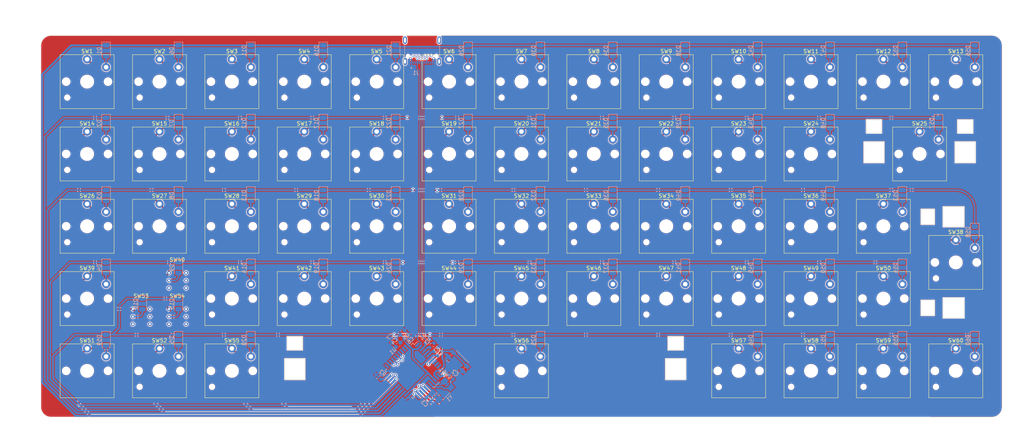
<source format=kicad_pcb>
(kicad_pcb (version 20211014) (generator pcbnew)
  (layers (0 "F.Cu" signal) (31 "B.Cu" signal) (34 "B.Paste" user) (35 "F.Paste" user) (36 "B.SilkS" user "B.Silkscreen") (37 "F.SilkS" user "F.Silkscreen") (38 "B.Mask" user) (39 "F.Mask" user) (44 "Edge.Cuts" user))
  (net 0 "")
  (net 1 "Net-(D1-Pad2)")
  (net 2 "COL0")
  (net 3 "Net-(D6-Pad2)")
  (net 4 "COL1")
  (net 5 "Net-(D11-Pad2)")
  (net 6 "COL2")
  (net 7 "Net-(D16-Pad2)")
  (net 8 "COL3")
  (net 9 "Net-(D21-Pad2)")
  (net 10 "COL4")
  (net 11 "Net-(D26-Pad2)")
  (net 12 "COL5")
  (net 13 "Net-(D30-Pad2)")
  (net 14 "COL6")
  (net 15 "Net-(D34-Pad2)")
  (net 16 "COL7")
  (net 17 "Net-(D38-Pad2)")
  (net 18 "COL8")
  (net 19 "Net-(D42-Pad2)")
  (net 20 "COL9")
  (net 21 "Net-(D47-Pad2)")
  (net 22 "COL10")
  (net 23 "Net-(D52-Pad2)")
  (net 24 "COL11")
  (net 25 "Net-(D56-Pad2)")
  (net 26 "COL12")
  (net 27 "Net-(D2-Pad2)")
  (net 28 "Net-(D7-Pad2)")
  (net 29 "Net-(D12-Pad2)")
  (net 30 "Net-(D17-Pad2)")
  (net 31 "Net-(D22-Pad2)")
  (net 32 "Net-(D27-Pad2)")
  (net 33 "Net-(D31-Pad2)")
  (net 34 "Net-(D35-Pad2)")
  (net 35 "Net-(D39-Pad2)")
  (net 36 "Net-(D43-Pad2)")
  (net 37 "Net-(D48-Pad2)")
  (net 38 "Net-(D57-Pad2)")
  (net 39 "Net-(D3-Pad2)")
  (net 40 "Net-(D8-Pad2)")
  (net 41 "Net-(D13-Pad2)")
  (net 42 "Net-(D18-Pad2)")
  (net 43 "Net-(D23-Pad2)")
  (net 44 "Net-(D28-Pad2)")
  (net 45 "Net-(D32-Pad2)")
  (net 46 "Net-(D36-Pad2)")
  (net 47 "Net-(D40-Pad2)")
  (net 48 "Net-(D44-Pad2)")
  (net 49 "Net-(D49-Pad2)")
  (net 50 "Net-(D53-Pad2)")
  (net 51 "Net-(D58-Pad2)")
  (net 52 "Net-(D4-Pad2)")
  (net 53 "Net-(D9-Pad2)")
  (net 54 "Net-(D14-Pad2)")
  (net 55 "Net-(D19-Pad2)")
  (net 56 "Net-(D24-Pad2)")
  (net 57 "Net-(D29-Pad2)")
  (net 58 "Net-(D33-Pad2)")
  (net 59 "Net-(D37-Pad2)")
  (net 60 "Net-(D41-Pad2)")
  (net 61 "Net-(D45-Pad2)")
  (net 62 "Net-(D50-Pad2)")
  (net 63 "Net-(D54-Pad2)")
  (net 64 "Net-(D59-Pad2)")
  (net 65 "Net-(D5-Pad2)")
  (net 66 "Net-(D10-Pad2)")
  (net 67 "Net-(D15-Pad2)")
  (net 68 "Net-(D20-Pad2)")
  (net 69 "Net-(D25-Pad2)")
  (net 70 "Net-(D46-Pad2)")
  (net 71 "Net-(D51-Pad2)")
  (net 72 "Net-(D55-Pad2)")
  (net 73 "Net-(D60-Pad2)")
  (net 74 "ROW0")
  (net 75 "ROW1")
  (net 76 "ROW3")
  (net 77 "ROW4")
  (net 78 "Net-(C1-Pad1)")
  (net 79 "GND")
  (net 80 "XTAL2")
  (net 81 "D+")
  (net 82 "D-")
  (net 83 "XTAL1")
  (net 84 "+5V")
  (net 85 "Net-(R2-Pad1)")
  (net 86 "Net-(R3-Pad2)")
  (net 93 "ROW2")
  (net 94 "Reset")
  (net 95 "SCK")
  (net 96 "MOSI")
  (net 97 "MISO")
  (net 98 "Net-(R4-Pad2)")
  (net 100 "unconnected-(U1-Pad39)")
  (net 101 "unconnected-(U1-Pad40)")
  (net 102 "unconnected-(U1-Pad38)")
  (footprint "Switch_Keyboard_Kailh:SW_Kailh_Choc_V1_1.00u" (layer "F.Cu") (at 111.3 94.73)
    (fp_text reference "SW2")
    (fp_text value "SW_Push")
  )
  (footprint "Switch_Keyboard_Kailh:SW_Kailh_Choc_V1_1.00u" (layer "F.Cu") (at 130.35 94.73)
    (fp_text reference "SW3")
    (fp_text value "SW_Push")
  )
  (footprint "Switch_Keyboard_Kailh:SW_Kailh_Choc_V1_1.00u" (layer "F.Cu") (at 149.4 94.73)
    (fp_text reference "SW4")
    (fp_text value "SW_Push")
  )
  (footprint "Switch_Keyboard_Kailh:SW_Kailh_Choc_V1_1.00u" (layer "F.Cu") (at 168.45 94.73)
    (fp_text reference "SW5")
    (fp_text value "SW_Push")
  )
  (footprint "Switch_Keyboard_Kailh:SW_Kailh_Choc_V1_1.00u" (layer "F.Cu") (at 187.5 94.73)
    (fp_text reference "SW6")
    (fp_text value "SW_Push")
  )
  (footprint "Switch_Keyboard_Kailh:SW_Kailh_Choc_V1_1.00u" (layer "F.Cu") (at 206.55 94.73)
    (fp_text reference "SW7")
    (fp_text value "SW_Push")
  )
  (footprint "Switch_Keyboard_Kailh:SW_Kailh_Choc_V1_1.00u" (layer "F.Cu") (at 225.6 94.73)
    (fp_text reference "SW8")
    (fp_text value "SW_Push")
  )
  (footprint "Switch_Keyboard_Kailh:SW_Kailh_Choc_V1_1.00u" (layer "F.Cu") (at 244.65 94.73)
    (fp_text reference "SW9")
    (fp_text value "SW_Push")
  )
  (footprint "Switch_Keyboard_Kailh:SW_Kailh_Choc_V1_1.00u" (layer "F.Cu") (at 263.7 94.73)
    (fp_text reference "SW10")
    (fp_text value "SW_Push")
  )
  (footprint "Switch_Keyboard_Kailh:SW_Kailh_Choc_V1_1.00u" (layer "F.Cu") (at 282.75 94.73)
    (fp_text reference "SW11")
    (fp_text value "SW_Push")
  )
  (footprint "Switch_Keyboard_Kailh:SW_Kailh_Choc_V1_1.00u" (layer "F.Cu") (at 301.8 94.73)
    (fp_text reference "SW12")
    (fp_text value "SW_Push")
  )
  (footprint "Switch_Keyboard_Kailh:SW_Kailh_Choc_V1_1.00u" (layer "F.Cu") (at 111.3 113.78)
    (fp_text reference "SW15")
    (fp_text value "SW_Push")
  )
  (footprint "Switch_Keyboard_Kailh:SW_Kailh_Choc_V1_1.00u" (layer "F.Cu") (at 130.35 113.78)
    (fp_text reference "SW16")
    (fp_text value "SW_Push")
  )
  (footprint "Switch_Keyboard_Kailh:SW_Kailh_Choc_V1_1.00u" (layer "F.Cu") (at 149.4 113.78)
    (fp_text reference "SW17")
    (fp_text value "SW_Push")
  )
  (footprint "Switch_Keyboard_Kailh:SW_Kailh_Choc_V1_1.00u" (layer "F.Cu") (at 168.45 113.78)
    (fp_text reference "SW18")
    (fp_text value "SW_Push")
  )
  (footprint "Switch_Keyboard_Kailh:SW_Kailh_Choc_V1_1.00u" (layer "F.Cu") (at 187.5 113.78)
    (fp_text reference "SW19")
    (fp_text value "SW_Push")
  )
  (footprint "Switch_Keyboard_Kailh:SW_Kailh_Choc_V1_1.00u" (layer "F.Cu") (at 206.55 113.78)
    (fp_text reference "SW20")
    (fp_text value "SW_Push")
  )
  (footprint "Switch_Keyboard_Kailh:SW_Kailh_Choc_V1_1.00u" (layer "F.Cu") (at 225.6 113.78)
    (fp_text reference "SW21")
    (fp_text value "SW_Push")
  )
  (footprint "Switch_Keyboard_Kailh:SW_Kailh_Choc_V1_1.00u" (layer "F.Cu") (at 244.65 113.78)
    (fp_text reference "SW22")
    (fp_text value "SW_Push")
  )
  (footprint "Switch_Keyboard_Kailh:SW_Kailh_Choc_V1_1.00u" (layer "F.Cu") (at 263.7 113.78)
    (fp_text reference "SW23")
    (fp_text value "SW_Push")
  )
  (footprint "Switch_Keyboard_Kailh:SW_Kailh_Choc_V1_1.00u" (layer "F.Cu") (at 111.3 132.83)
    (fp_text reference "SW27")
    (fp_text value "SW_Push")
  )
  (footprint "Switch_Keyboard_Kailh:SW_Kailh_Choc_V1_1.00u" (layer "F.Cu") (at 149.4 132.83)
    (fp_text reference "SW29")
    (fp_text value "SW_Push")
  )
  (footprint "Switch_Keyboard_Kailh:SW_Kailh_Choc_V1_1.00u" (layer "F.Cu") (at 168.45 132.83)
    (fp_text reference "SW30")
    (fp_text value "SW_Push")
  )
  (footprint "Switch_Keyboard_Kailh:SW_Kailh_Choc_V1_1.00u" (layer "F.Cu") (at 187.5 132.83)
    (fp_text reference "SW31")
    (fp_text value "SW_Push")
  )
  (footprint "Switch_Keyboard_Kailh:SW_Kailh_Choc_V1_1.00u" (layer "F.Cu") (at 206.55 132.83)
    (fp_text reference "SW32")
    (fp_text value "SW_Push")
  )
  (footprint "Switch_Keyboard_Kailh:SW_Kailh_Choc_V1_1.00u" (layer "F.Cu") (at 225.6 132.83)
    (fp_text reference "SW33")
    (fp_text value "SW_Push")
  )
  (footprint "Switch_Keyboard_Kailh:SW_Kailh_Choc_V1_1.00u" (layer "F.Cu") (at 244.65 132.83)
    (fp_text reference "SW34")
    (fp_text value "SW_Push")
  )
  (footprint "Switch_Keyboard_Kailh:SW_Kailh_Choc_V1_1.00u" (layer "F.Cu") (at 263.7 132.83)
    (fp_text reference "SW35")
    (fp_text value "SW_Push")
  )
  (footprint "Switch_Keyboard_Kailh:SW_Kailh_Choc_V1_1.00u" (layer "F.Cu") (at 282.75 132.83)
    (fp_text reference "SW36")
    (fp_text value "SW_Push")
  )
  (footprint "Switch_Keyboard_Kailh:SW_Kailh_Choc_V1_2.00u_Rotated" (layer "F.Cu") (at 320.85 142.355)
    (fp_text reference "SW38")
    (fp_text value "SW_Push")
    (fp_line (start -9.12 -10.02) (end -5.62 -10.02) (layer "Edge.Cuts") (width 0.12))
    (fp_line (start -3.32 -9.37) (end 2.18 -9.37) (layer "Edge.Cuts") (width 0.12))
    (fp_line (start -5.62 -14.02) (end -9.12 -14.02) (layer "Edge.Cuts") (width 0.12))
    (fp_line (start -3.32 14.63) (end 2.18 14.63) (layer "Edge.Cuts") (width 0.12))
    (fp_line (start 2.18 -14.67) (end -3.32 -14.67) (layer "Edge.Cuts") (width 0.12))
    (fp_line (start -3.32 14.63) (end -3.32 9.33) (layer "Edge.Cuts") (width 0.12))
    (fp_line (start 2.18 14.63) (end 2.18 9.33) (layer "Edge.Cuts") (width 0.12))
    (fp_line (start -9.12 -10.02) (end -9.12 -14.02) (layer "Edge.Cuts") (width 0.12))
    (fp_line (start -5.62 13.98) (end -5.62 9.98) (layer "Edge.Cuts") (width 0.12))
    (fp_line (start 2.18 9.33) (end -3.32 9.33) (layer "Edge.Cuts") (width 0.12))
    (fp_line (start -9.12 13.98) (end -5.62 13.98) (layer "Edge.Cuts") (width 0.12))
    (fp_line (start -5.62 -10.02) (end -5.62 -14.02) (layer "Edge.Cuts") (width 0.12))
    (fp_line (start 2.18 -9.37) (end 2.18 -14.67) (layer "Edge.Cuts") (width 0.12))
    (fp_line (start -3.32 -9.37) (end -3.32 -14.67) (layer "Edge.Cuts") (width 0.12))
    (fp_line (start -9.12 13.98) (end -9.12 9.98) (layer "Edge.Cuts") (width 0.12))
    (fp_line (start -5.62 9.98) (end -9.12 9.98) (layer "Edge.Cuts") (width 0.12))
  )
  (footprint "Switch_Keyboard_Kailh:SW_Kailh_Choc_V1_1.00u" (layer "F.Cu") (at 149.4 151.88)
    (fp_text reference "SW42")
    (fp_text value "SW_Push")
  )
  (footprint "Switch_Keyboard_Kailh:SW_Kailh_Choc_V1_1.00u" (layer "F.Cu") (at 187.5 151.88)
    (fp_text reference "SW44")
    (fp_text value "SW_Push")
  )
  (footprint "Switch_Keyboard_Kailh:SW_Kailh_Choc_V1_1.00u" (layer "F.Cu") (at 206.55 151.88)
    (fp_text reference "SW45")
    (fp_text value "SW_Push")
  )
  (footprint "Switch_Keyboard_Kailh:SW_Kailh_Choc_V1_1.00u" (layer "F.Cu") (at 225.6 151.88)
    (fp_text reference "SW46")
    (fp_text value "SW_Push")
  )
  (footprint "Switch_Keyboard_Kailh:SW_Kailh_Choc_V1_1.00u" (layer "F.Cu") (at 244.65 151.88)
    (fp_text reference "SW47")
    (fp_text value "SW_Push")
  )
  (footprint "Switch_Keyboard_Kailh:SW_Kailh_Choc_V1_1.00u" (layer "F.Cu") (at 263.7 151.88)
    (fp_text reference "SW48")
    (fp_text value "SW_Push")
  )
  (footprint "Switch_Keyboard_Kailh:SW_Kailh_Choc_V1_1.00u" (layer "F.Cu") (at 282.75 151.88)
    (fp_text reference "SW49")
    (fp_text value "SW_Push")
  )
  (footprint "Switch_Keyboard_Kailh:SW_58_Series_Kalih" (layer "F.Cu") (at 106.54 156.6425)
    (fp_text reference "SW53")
    (fp_text value "BLUE")
  )
  (footprint "Switch_Keyboard_Kailh:SW_Kailh_Choc_V1_1.00u" (layer "F.Cu") (at 282.75 170.93)
    (fp_text reference "SW58")
    (fp_text value "SW_Push")
  )
  (footprint "Switch_Keyboard_Kailh:SW_Kailh_Choc_V1_1.00u" (layer "F.Cu") (at 301.8 170.93)
    (fp_text reference "SW59")
    (fp_text value "SW_Push")
  )
  (footprint "Switch_Keyboard_Kailh:SW_Kailh_Choc_V1_1.00u" (layer "F.Cu") (at 130.35 132.83)
    (fp_text reference "SW28")
    (fp_text value "SW_Push")
  )
  (footprint "Switch_Keyboard_Kailh:SW_Kailh_Choc_V1_1.00u" (layer "F.Cu") (at 92.25 94.73)
    (fp_text reference "SW1")
    (fp_text value "SW_Push")
  )
  (footprint "Switch_Keyboard_Kailh:SW_Kailh_Choc_V1_1.00u" (layer "F.Cu") (at 320.85 94.73)
    (fp_text reference "SW13")
    (fp_text value "SW_Push")
  )
  (footprint "Switch_Keyboard_Kailh:SW_Kailh_Choc_V1_1.00u" (layer "F.Cu") (at 92.25 113.78)
    (fp_text reference "SW14")
    (fp_text value "SW_Push")
  )
  (footprint "Switch_Keyboard_Kailh:SW_Kailh_Choc_V1_2.00u" (layer "F.Cu") (at 311.325 113.78)
    (fp_text reference "SW25")
    (fp_text value "SW_Push")
    (fp_line (start -10 -5.5) (end -10 -9) (layer "Edge.Cuts") (width 0.12))
    (fp_line (start -14.65 -3.2) (end -14.65 2.3) (layer "Edge.Cuts") (width 0.12))
    (fp_line (start 9.35 -3.2) (end 9.35 2.3) (layer "Edge.Cuts") (width 0.12))
    (fp_line (start 9.35 2.3) (end 14.65 2.3) (layer "Edge.Cuts") (width 0.12))
    (fp_line (start -14 -9) (end -14 -5.5) (layer "Edge.Cuts") (width 0.12))
    (fp_line (start -14 -5.5) (end -10 -5.5) (layer "Edge.Cuts") (width 0.12))
    (fp_line (start -14 -9) (end -10 -9) (layer "Edge.Cuts") (width 0.12))
    (fp_line (start -14.65 -3.2) (end -9.35 -3.2) (layer "Edge.Cuts") (width 0.12))
    (fp_line (start -9.35 2.3) (end -9.35 -3.2) (layer "Edge.Cuts") (width 0.12))
    (fp_line (start 10 -9) (end 14 -9) (layer "Edge.Cuts") (width 0.12))
    (fp_line (start 10 -5.5) (end 14 -5.5) (layer "Edge.Cuts") (width 0.12))
    (fp_line (start 9.35 -3.2) (end 14.65 -3.2) (layer "Edge.Cuts") (width 0.12))
    (fp_line (start -14.65 2.3) (end -9.35 2.3) (layer "Edge.Cuts") (width 0.12))
    (fp_line (start 14.65 2.3) (end 14.65 -3.2) (layer "Edge.Cuts") (width 0.12))
    (fp_line (start 14 -5.5) (end 14 -9) (layer "Edge.Cuts") (width 0.12))
    (fp_line (start 10 -9) (end 10 -5.5) (layer "Edge.Cuts") (width 0.12))
  )
  (footprint "Switch_Keyboard_Kailh:SW_Kailh_Choc_V1_1.00u" (layer "F.Cu") (at 282.75 113.78)
    (fp_text reference "SW24")
    (fp_text value "SW_Push")
  )
  (footprint "Switch_Keyboard_Kailh:SW_Kailh_Choc_V1_1.00u" (layer "F.Cu") (at 92.25 132.83)
    (fp_text reference "SW26")
    (fp_text value "SW_Push")
  )
  (footprint "Switch_Keyboard_Kailh:SW_Kailh_Choc_V1_1.00u" (layer "F.Cu") (at 301.8 132.83)
    (fp_text reference "SW37")
    (fp_text value "SW_Push")
  )
  (footprint "Switch_Keyboard_Kailh:SW_Kailh_Choc_V1_1.00u" (layer "F.Cu") (at 92.25 151.88)
    (fp_text reference "SW39")
    (fp_text value "SW_Push")
  )
  (footprint "Switch_Keyboard_Kailh:SW_Kailh_Choc_V1_1.00u" (layer "F.Cu") (at 301.8 151.88)
    (fp_text reference "SW50")
    (fp_text value "SW_Push")
  )
  (footprint "Switch_Keyboard_Kailh:SW_Kailh_Choc_V1_1.00u" (layer "F.Cu") (at 168.45 151.88)
    (fp_text reference "SW43")
    (fp_text value "SW_Push")
  )
  (footprint "Switch_Keyboard_Kailh:SW_Kailh_Choc_V1_1.00u" (layer "F.Cu") (at 130.35 151.88)
    (fp_text reference "SW41")
    (fp_text value "SW_Push")
  )
  (footprint "Switch_Keyboard_Kailh:SW_Kailh_Choc_V1_1.00u" (layer "F.Cu") (at 92.25 170.93)
    (fp_text reference "SW51")
    (fp_text value "SW_Push")
  )
  (footprint "Switch_Keyboard_Kailh:SW_Kailh_Choc_V1_1.00u" (layer "F.Cu") (at 130.35 170.93)
    (fp_text reference "SW55")
    (fp_text value "SW_Push")
  )
  (footprint "Switch_Keyboard_Kailh:SW_Kailh_Choc_V1_1.00u" (layer "F.Cu") (at 111.3 170.93)
    (fp_text reference "SW52")
    (fp_text value "SW_Push")
  )
  (footprint "Switch_Keyboard_Kailh:SW_Kailh_Choc_V1_1.00u" (layer "F.Cu") (at 263.7 170.93)
    (fp_text reference "SW57")
    (fp_text value "SW_Push")
  )
  (footprint "Switch_Keyboard_Kailh:SW_Kailh_Choc_V1_1.00u" (layer "F.Cu") (at 320.85 170.93)
    (fp_text reference "SW60")
    (fp_text value "SW_Push")
  )
  (footprint "Switch_Keyboard_Kailh:SW_58_Series_Kalih" (layer "F.Cu") (at 116.0625 147.1175)
    (fp_text reference "SW40")
    (fp_text value "RED")
  )
  (footprint "Switch_Keyboard_Kailh:SW_58_Series_Kalih" (layer "F.Cu") (at 116.0625 156.6425)
    (fp_text reference "SW54")
    (fp_text value "GREEN")
  )
  (footprint "Switch_Keyboard_Kailh:SW_Kailh_Choc_V1_6.00u_Offset" (layer "F.Cu") (at 197.025 170.93)
    (fp_text reference "SW56")
    (fp_text value "SW_Push")
    (fp_line (start -52.75 -3.21) (end -52.75 2.29) (layer "Edge.Cuts") (width 0.12))
    (fp_line (start -52.1 -5.5) (end -48.1 -5.5) (layer "Edge.Cuts") (width 0.12))
    (fp_line (start -52.1 -9) (end -48.1 -9) (layer "Edge.Cuts") (width 0.12))
    (fp_line (start -52.75 -3.21) (end -47.45 -3.21) (layer "Edge.Cuts") (width 0.12))
    (fp_line (start 48.1 -9.01) (end 52.1 -9.01) (layer "Edge.Cuts") (width 0.12))
    (fp_line (start -52.1 -9) (end -52.1 -5.5) (layer "Edge.Cuts") (width 0.12))
    (fp_line (start 48.1 -9.01) (end 48.1 -5.51) (layer "Edge.Cuts") (width 0.12))
    (fp_line (start 47.45 -3.2) (end 47.45 2.3) (layer "Edge.Cuts") (width 0.12))
    (fp_line (start 52.1 -5.51) (end 52.1 -9.01) (layer "Edge.Cuts") (width 0.12))
    (fp_line (start 52.75 2.3) (end 52.75 -3.2) (layer "Edge.Cuts") (width 0.12))
    (fp_line (start 48.1 -5.51) (end 52.1 -5.51) (layer "Edge.Cuts") (width 0.12))
    (fp_line (start -48.1 -5.5) (end -48.1 -9) (layer "Edge.Cuts") (width 0.12))
    (fp_line (start 47.45 2.3) (end 52.75 2.3) (layer "Edge.Cuts") (width 0.12))
    (fp_line (start 47.45 -3.2) (end 52.75 -3.2) (layer "Edge.Cuts") (width 0.12))
    (fp_line (start -52.75 2.29) (end -47.45 2.29) (layer "Edge.Cuts") (width 0.12))
    (fp_line (start -47.45 2.29) (end -47.45 -3.21) (layer "Edge.Cuts") (width 0.12))
  )
  (footprint "Diode_SMD:D_1206_3216Metric" (layer "B.Cu") (at 97.25 86.57 -90)
    (fp_text reference "D1")
    (fp_text value "D")
  )
  (footprint "Diode_SMD:D_1206_3216Metric" (layer "B.Cu") (at 116.3 86.57 -90)
    (fp_text reference "D6")
    (fp_text value "D")
  )
  (footprint "Diode_SMD:D_1206_3216Metric" (layer "B.Cu") (at 116.3 162.805 -90)
    (fp_text reference "D5")
    (fp_text value "D")
  )
  (footprint "Diode_SMD:D_1206_3216Metric" (layer "B.Cu") (at 116.3 143.755 -90)
    (fp_text reference "D9")
    (fp_text value "D")
  )
  (footprint "Diode_SMD:D_1206_3216Metric" (layer "B.Cu") (at 154.4 86.57 -90)
    (fp_text reference "D16")
    (fp_text value "D")
  )
  (footprint "Diode_SMD:D_1206_3216Metric" (layer "B.Cu") (at 192.5 105.6375 -90)
    (fp_text reference "D27")
    (fp_text value "D")
  )
  (footprint "Diode_SMD:D_1206_3216Metric" (layer "B.Cu") (at 316.32 105.6375 -90)
    (fp_text reference "D57")
    (fp_text value "D")
  )
  (footprint "Diode_SMD:D_1206_3216Metric" (layer "B.Cu") (at 306.8 143.755 -90)
    (fp_text reference "D54")
    (fp_text value "D")
  )
  (footprint "Diode_SMD:D_1206_3216Metric" (layer "B.Cu") (at 173.45 143.755 -90)
    (fp_text reference "D24")
    (fp_text value "D")
  )
  (footprint "Diode_SMD:D_1206_3216Metric" (layer "B.Cu") (at 135.35 143.755 -90)
    (fp_text reference "D14")
    (fp_text value "D")
  )
  (footprint "Diode_SMD:D_1206_3216Metric" (layer "B.Cu") (at 97.25 162.805 -90)
    (fp_text reference "D59")
    (fp_text value "D")
  )
  (footprint "Diode_SMD:D_1206_3216Metric" (layer "B.Cu") (at 135.35 162.805 -90)
    (fp_text reference "D20")
    (fp_text value "D")
  )
  (footprint "Diode_SMD:D_1206_3216Metric" (layer "B.Cu") (at 97.25 105.6375 -90)
    (fp_text reference "D2")
    (fp_text value "D")
  )
  (footprint "Diode_SMD:D_1206_3216Metric" (layer "B.Cu") (at 97.25 124.705 -90)
    (fp_text reference "D3")
    (fp_text value "D")
  )
  (footprint "Diode_SMD:D_1206_3216Metric" (layer "B.Cu") (at 116.3 105.6375 -90)
    (fp_text reference "D7")
    (fp_text value "D")
  )
  (footprint "Diode_SMD:D_1206_3216Metric" (layer "B.Cu") (at 116.3 124.705 -90)
    (fp_text reference "D8")
    (fp_text value "D")
  )
  (footprint "Diode_SMD:D_1206_3216Metric" (layer "B.Cu") (at 135.35 86.57 -90)
    (fp_text reference "D11")
    (fp_text value "D")
  )
  (footprint "Diode_SMD:D_1206_3216Metric" (layer "B.Cu") (at 135.35 105.6375 -90)
    (fp_text reference "D12")
    (fp_text value "D")
  )
  (footprint "Diode_SMD:D_1206_3216Metric" (layer "B.Cu") (at 135.35 124.705 -90)
    (fp_text reference "D13")
    (fp_text value "D")
  )
  (footprint "Diode_SMD:D_1206_3216Metric" (layer "B.Cu") (at 116.3 153.28 -90)
    (fp_text reference "D15")
    (fp_text value "D")
  )
  (footprint "Diode_SMD:D_1206_3216Metric" (layer "B.Cu") (at 154.4 105.6375 -90)
    (fp_text reference "D17")
    (fp_text value "D")
  )
  (footprint "Diode_SMD:D_1206_3216Metric" (layer "B.Cu") (at 154.4 124.705 -90)
    (fp_text reference "D18")
    (fp_text value "D")
  )
  (footprint "Diode_SMD:D_1206_3216Metric" (layer "B.Cu") (at 154.4 143.755 -90)
    (fp_text reference "D19")
    (fp_text value "D")
  )
  (footprint "Diode_SMD:D_1206_3216Metric" (layer "B.Cu") (at 173.45 86.57 -90)
    (fp_text reference "D21")
    (fp_text value "D")
  )
  (footprint "Diode_SMD:D_1206_3216Metric" (layer "B.Cu") (at 173.45 105.6375 -90)
    (fp_text reference "D22")
    (fp_text value "D")
  )
  (footprint "Diode_SMD:D_1206_3216Metric" (layer "B.Cu") (at 173.45 124.705 -90)
    (fp_text reference "D23")
    (fp_text value "D")
  )
  (footprint "Diode_SMD:D_1206_3216Metric" (layer "B.Cu") (at 211.55 162.805 -90)
    (fp_text reference "D25")
    (fp_text value "D")
  )
  (footprint "Diode_SMD:D_1206_3216Metric" (layer "B.Cu") (at 192.5 86.57 -90)
    (fp_text reference "D26")
    (fp_text value "D")
  )
  (footprint "Diode_SMD:D_1206_3216Metric" (layer "B.Cu") (at 192.5 124.705 -90)
    (fp_text reference "D28")
    (fp_text value "D")
  )
  (footprint "Diode_SMD:D_1206_3216Metric" (layer "B.Cu") (at 192.5 143.755 -90)
    (fp_text reference "D29")
    (fp_text value "D")
  )
  (footprint "Diode_SMD:D_1206_3216Metric" (layer "B.Cu") (at 211.55 86.57 -90)
    (fp_text reference "D30")
    (fp_text value "D")
  )
  (footprint "Diode_SMD:D_1206_3216Metric" (layer "B.Cu") (at 211.55 105.6375 -90)
    (fp_text reference "D31")
    (fp_text value "D")
  )
  (footprint "Diode_SMD:D_1206_3216Metric" (layer "B.Cu") (at 211.55 124.705 -90)
    (fp_text reference "D32")
    (fp_text value "D")
  )
  (footprint "Diode_SMD:D_1206_3216Metric" (layer "B.Cu") (at 211.55 143.755 -90)
    (fp_text reference "D33")
    (fp_text value "D")
  )
  (footprint "Diode_SMD:D_1206_3216Metric" (layer "B.Cu") (at 230.6 86.57 -90)
    (fp_text reference "D34")
    (fp_text value "D")
  )
  (footprint "Diode_SMD:D_1206_3216Metric" (layer "B.Cu") (at 230.6 105.6375 -90)
    (fp_text reference "D35")
    (fp_text value "D")
  )
  (footprint "Diode_SMD:D_1206_3216Metric" (layer "B.Cu") (at 230.6 124.705 -90)
    (fp_text reference "D36")
    (fp_text value "D")
  )
  (footprint "Diode_SMD:D_1206_3216Metric" (layer "B.Cu") (at 230.6 143.755 -90)
    (fp_text reference "D37")
    (fp_text value "D")
  )
  (footprint "Diode_SMD:D_1206_3216Metric" (layer "B.Cu") (at 249.65 86.57 -90)
    (fp_text reference "D38")
    (fp_text value "D")
  )
  (footprint "Diode_SMD:D_1206_3216Metric" (layer "B.Cu") (at 249.65 105.6375 -90)
    (fp_text reference "D39")
    (fp_text value "D")
  )
  (footprint "Diode_SMD:D_1206_3216Metric" (layer "B.Cu") (at 249.65 124.705 -90)
    (fp_text reference "D40")
    (fp_text value "D")
  )
  (footprint "Diode_SMD:D_1206_3216Metric" (layer "B.Cu") (at 249.65 143.755 -90)
    (fp_text reference "D41")
    (fp_text value "D")
  )
  (footprint "Diode_SMD:D_1206_3216Metric" (layer "B.Cu") (at 268.7 86.57 -90)
    (fp_text reference "D42")
    (fp_text value "D")
  )
  (footprint "Diode_SMD:D_1206_3216Metric" (layer "B.Cu") (at 268.7 105.6375 -90)
    (fp_text reference "D43")
    (fp_text value "D")
  )
  (footprint "Diode_SMD:D_1206_3216Metric" (layer "B.Cu") (at 268.7 124.705 -90)
    (fp_text reference "D44")
    (fp_text value "D")
  )
  (footprint "Diode_SMD:D_1206_3216Metric" (layer "B.Cu") (at 268.7 143.755 -90)
    (fp_text reference "D45")
    (fp_text value "D")
  )
  (footprint "Diode_SMD:D_1206_3216Metric" (layer "B.Cu") (at 268.7 162.805 -90)
    (fp_text reference "D46")
    (fp_text value "D")
  )
  (footprint "Diode_SMD:D_1206_3216Metric" (layer "B.Cu") (at 287.75 86.57 -90)
    (fp_text reference "D47")
    (fp_text value "D")
  )
  (footprint "Diode_SMD:D_1206_3216Metric" (layer "B.Cu") (at 287.75 105.6375 -90)
    (fp_text reference "D48")
    (fp_text value "D")
  )
  (footprint "Diode_SMD:D_1206_3216Metric" (layer "B.Cu") (at 287.75 124.705 -90)
    (fp_text reference "D49")
    (fp_text value "D")
  )
  (footprint "Diode_SMD:D_1206_3216Metric" (layer "B.Cu") (at 287.75 143.755 -90)
    (fp_text reference "D50")
    (fp_text value "D")
  )
  (footprint "Diode_SMD:D_1206_3216Metric" (layer "B.Cu") (at 287.75 162.805 -90)
    (fp_text reference "D51")
    (fp_text value "D")
  )
  (footprint "Diode_SMD:D_1206_3216Metric" (layer "B.Cu") (at 306.8 86.57 -90)
    (fp_text reference "D52")
    (fp_text value "D")
  )
  (footprint "Diode_SMD:D_1206_3216Metric" (layer "B.Cu") (at 306.8 124.705 -90)
    (fp_text reference "D53")
    (fp_text value "D")
  )
  (footprint "Diode_SMD:D_1206_3216Metric" (layer "B.Cu") (at 306.8 162.805 -90)
    (fp_text reference "D55")
    (fp_text value "D")
  )
  (footprint "Diode_SMD:D_1206_3216Metric" (layer "B.Cu") (at 325.85 86.57 -90)
    (fp_text reference "D56")
    (fp_text value "D")
  )
  (footprint "Diode_SMD:D_1206_3216Metric" (layer "B.Cu") (at 325.85 134.334999 -90)
    (fp_text reference "D58")
    (fp_text value "D")
  )
  (footprint "Diode_SMD:D_1206_3216Metric" (layer "B.Cu") (at 325.85 162.805 -90)
    (fp_text reference "D60")
    (fp_text value "D")
  )
  (footprint "Diode_SMD:D_1206_3216Metric" (layer "B.Cu") (at 97.25 143.755 -90)
    (fp_text reference "D4")
    (fp_text value "D")
  )
  (footprint "Diode_SMD:D_1206_3216Metric" (layer "B.Cu") (at 106.775 153.28 -90)
    (fp_text reference "D10")
    (fp_text value "D")
  )
  (footprint "Resistor_SMD:R_0603_1608Metric" (layer "B.Cu") (at 168.953363 172.553363 135)
    (fp_text reference "R2")
    (fp_text value "10k")
  )
  (footprint "USB:GCT_USB4055-30-A" (layer "B.Cu") (at 180.41 85.16)
    (fp_text reference "J1")
    (fp_text value "USB_C_Receptacle_USB2.0")
    (fp_line (start 3.875 2.425) (end 3.575 2.425) (layer "Edge.Cuts") (width 0.01))
    (fp_line (start 3.575 3.075) (end 3.875 3.075) (layer "Edge.Cuts") (width 0.01))
    (fp_arc (start 3.25 2.75) (mid 3.34519 2.52019) (end 3.575 2.425) (layer "Edge.Cuts") (width 0.01))
    (fp_arc (start 3.575 3.075) (mid 3.34519 2.97981) (end 3.25 2.75) (layer "Edge.Cuts") (width 0.01))
    (fp_arc (start 3.875 2.425) (mid 4.10481 2.52019) (end 4.2 2.75) (layer "Edge.Cuts") (width 0.01))
    (fp_arc (start 4.2 2.75) (mid 4.10481 2.97981) (end 3.875 3.075) (layer "Edge.Cuts") (width 0.01))
  )
  (footprint "Capacitor_SMD:C_0603_1608Metric" (layer "B.Cu") (at 188.04 172.55 135)
    (fp_text reference "C2")
    (fp_text value "22p")
  )
  (footprint "Package_QFP:TQFP-44_10x10mm_P0.8mm" (layer "B.Cu") (at 177.97 170.93 -135)
    (fp_text reference "U1")
    (fp_text value "ATmega32U4-A")
  )
  (footprint "Capacitor_SMD:C_0603_1608Metric" (layer "B.Cu") (at 174.14 164.07 -135)
    (fp_text reference "C4")
    (fp_text value "C")
  )
  (footprint "Capacitor_SMD:C_0603_1608Metric" (layer "B.Cu") (at 173.04 162.95 -135)
    (fp_text reference "C7")
    (fp_text value "C")
  )
  (footprint "Capacitor_SMD:C_0603_1608Metric" (layer "B.Cu") (at 176.31234 161.88234 45)
    (fp_text reference "C6")
    (fp_text value "C")
  )
  (footprint "Resistor_SMD:R_0603_1608Metric" (layer "B.Cu") (at 181.85 163.06 -135)
    (fp_text reference "R4")
    (fp_text value "22R")
  )
  (footprint "Button_Switch_SMD:Panasonic_EVQPUJ_EVQPUA" (layer "B.Cu") (at 189.753553 168.446447 -45)
    (fp_text reference "SW61")
    (fp_text value "SW_Push")
  )
  (footprint "Capacitor_SMD:C_0603_1608Metric" (layer "B.Cu") (at 175.222339 160.792339 45)
    (fp_text reference "C5")
    (fp_text value "C")
  )
  (footprint "Resistor_SMD:R_0603_1608Metric" (layer "B.Cu") (at 185.16 166.36 -135)
    (fp_text reference "R1")
    (fp_text value "10k")
  )
  (footprint "Crystal:Crystal_SMD_0603-4Pin_6.0x3.5mm" (layer "B.Cu") (at 185.564163 176.042893 45)
    (fp_text reference "Y1")
    (fp_text value "Crystal_GND24")
  )
  (footprint "Capacitor_SMD:C_0603_1608Metric" (layer "B.Cu") (at 182.07 178.51 -45)
    (fp_text reference "C3")
    (fp_text value "22p")
  )
  (footprint "Resistor_SMD:R_0603_1608Metric" (layer "B.Cu") (at 182.96 164.17 -135)
    (fp_text reference "R3")
    (fp_text value "22R")
  )
  (footprint "Capacitor_SMD:C_0603_1608Metric" (layer "B.Cu") (at 184.06 165.26 45)
    (fp_text reference "C1")
    (fp_text value "C")
  )
  (gr_arc (start 79.975 85.205) (mid 80.780456 83.260456) (end 82.725 82.455) (layer "Edge.Cuts") (width 0.05))
  (gr_line (start 82.725 183.205) (end 330.375 183.205) (layer "Edge.Cuts") (width 0.05))
  (gr_arc (start 82.725 183.205) (mid 80.780456 182.399544) (end 79.975 180.455) (layer "Edge.Cuts") (width 0.05))
  (gr_line (start 79.975 180.455) (end 79.975 85.205) (layer "Edge.Cuts") (width 0.05))
  (gr_arc (start 333.125 180.455) (mid 332.319544 182.399544) (end 330.375 183.205) (layer "Edge.Cuts") (width 0.05))
  (gr_line (start 330.375001 82.45498) (end 82.725 82.455) (layer "Edge.Cuts") (width 0.05))
  (gr_line (start 333.12498 180.455001) (end 333.125 85.205) (layer "Edge.Cuts") (width 0.05))
  (gr_arc (start 330.375 82.455) (mid 332.319544 83.260456) (end 333.125 85.205) (layer "Edge.Cuts") (width 0.05))
  (segment (start 97.25 90.93) (end 97.25 87.97) (width 0.5) (layer "B.Cu") (net 1))
  (segment (start 92.25 165.03) (end 90.146479 167.133521) (width 0.5) (layer "F.Cu") (net 2))
  (segment (start 94.353521 90.933521) (end 94.353521 105.776479) (width 0.5) (layer "F.Cu") (net 2))
  (segment (start 90.146479 148.083521) (end 90.146479 153.076479) (width 0.5) (layer "F.Cu") (net 2))
  (segment (start 94.353521 105.776479) (end 92.25 107.88) (width 0.5) (layer "F.Cu") (net 2))
  (segment (start 90.146479 153.076479) (end 91.7025 154.6325) (width 0.5) (layer "F.Cu") (net 2))
  (segment (start 105.26 162.97) (end 103.2 165.03) (width 0.5) (layer "F.Cu") (net 2))
  (segment (start 103.2 165.03) (end 92.25 165.03) (width 0.5) (layer "F.Cu") (net 2))
  (segment (start 92.25 88.83) (end 94.353521 90.933521) (width 0.5) (layer "F.Cu") (net 2))
  (segment (start 91.7025 154.6325) (end 104.29 154.6325) (width 0.5) (layer "F.Cu") (net 2))
  (segment (start 90.146479 124.826479) (end 92.25 126.93) (width 0.5) (layer "F.Cu") (net 2))
  (segment (start 92.25 165.19) (end 91.8 165.19) (width 0.5) (layer "F.Cu") (net 2))
  (segment (start 163.881778 182.75548) (end 173.543115 173.094143) (width 0.5) (layer "F.Cu") (net 2))
  (segment (start 92.450001 164.989999) (end 92.25 165.19) (width 0.5) (layer "F.Cu") (net 2))
  (segment (start 92.25 126.93) (end 94.353521 129.033521) (width 0.5) (layer "F.Cu") (net 2))
  (segment (start 90.146479 179.716479) (end 93.18548 182.75548) (width 0.5) (layer "F.Cu") (net 2))
  (segment (start 104.29 154.6325) (end 105.26 155.6025) (width 0.5) (layer "F.Cu") (net 2))
  (segment (start 90.146479 109.983521) (end 90.146479 124.826479) (width 0.5) (layer "F.Cu") (net 2))
  (segment (start 92.25 145.98) (end 90.146479 148.083521) (width 0.5) (layer "F.Cu") (net 2))
  (segment (start 94.353521 129.033521) (end 94.353521 143.876479) (width 0.5) (layer "F.Cu") (net 2))
  (segment (start 105.26 155.6025) (end 105.26 162.97) (width 0.5) (layer "F.Cu") (net 2))
  (segment (start 93.18548 182.75548) (end 163.881778 182.75548) (width 0.5) (layer "F.Cu") (net 2))
  (segment (start 90.146479 167.133521) (end 90.146479 179.716479) (width 0.5) (layer "F.Cu") (net 2))
  (segment (start 92.25 107.88) (end 90.146479 109.983521) (width 0.5) (layer "F.Cu") (net 2))
  (segment (start 94.353521 143.876479) (end 92.25 145.98) (width 0.5) (layer "F.Cu") (net 2))
  (via (at 173.543115 173.094143) (size 0.8) (drill 0.4) (layers "F.Cu" "B.Cu") (net 2))
  (segment (start 116.3 90.93) (end 116.3 87.97) (width 0.5) (layer "B.Cu") (net 3))
  (segment (start 111.3 126.93) (end 113.8125 129.4425) (width 0.5) (layer "F.Cu") (net 4))
  (segment (start 113.403521 90.933521) (end 113.403521 105.776479) (width 0.5) (layer "F.Cu") (net 4))
  (segment (start 109.196479 109.983521) (end 109.196479 124.826479) (width 0.5) (layer "F.Cu") (net 4))
  (segment (start 114.762011 155.582011) (end 114.762011 161.567989) (width 0.5) (layer "F.Cu") (net 4))
  (segment (start 109.196479 178.466479) (end 112.78596 182.05596) (width 0.5) (layer "F.Cu") (net 4))
  (segment (start 111.3 165.03) (end 109.196479 167.133521) (width 0.5) (layer "F.Cu") (net 4))
  (segment (start 163.44404 182.05596) (end 172.76 172.74) (width 0.5) (layer "F.Cu") (net 4))
  (segment (start 112.852989 153.672989) (end 113.8125 154.6325) (width 0.5) (layer "F.Cu") (net 4))
  (segment (start 111.3 107.88) (end 109.196479 109.983521) (width 0.5) (layer "F.Cu") (net 4))
  (segment (start 113.8125 145.1075) (end 112.852989 146.067011) (width 0.5) (layer "F.Cu") (net 4))
  (segment (start 113.8125 129.4425) (end 113.8125 145.1075) (width 0.5) (layer "F.Cu") (net 4))
  (segment (start 112.852989 146.067011) (end 112.852989 153.672989) (width 0.5) (layer "F.Cu") (net 4))
  (segment (start 114.762011 161.567989) (end 111.3 165.03) (width 0.5) (layer "F.Cu") (net 4))
  (segment (start 111.3 88.83) (end 113.403521 90.933521) (width 0.5) (layer "F.Cu") (net 4))
  (segment (start 109.196479 167.133521) (end 109.196479 178.466479) (width 0.5) (layer "F.Cu") (net 4))
  (segment (start 112.78596 182.05596) (end 163.44404 182.05596) (width 0.5) (layer "F.Cu") (net 4))
  (segment (start 109.196479 124.826479) (end 111.3 126.93) (width 0.5) (layer "F.Cu") (net 4))
  (segment (start 113.8125 154.6325) (end 114.762011 155.582011) (width 0.5) (layer "F.Cu") (net 4))
  (segment (start 173.400414 172.104782) (end 172.762598 172.742598) (width 0.4) (layer "F.Cu") (net 4))
  (segment (start 173.401107 172.104782) (end 173.400414 172.104782) (width 0.4) (layer "F.Cu") (net 4))
  (segment (start 113.403521 105.776479) (end 111.3 107.88) (width 0.5) (layer "F.Cu") (net 4))
  (via (at 173.401107 172.104782) (size 0.8) (drill 0.4) (layers "F.Cu" "B.Cu") (net 4))
  (segment (start 172.242435 173.263452) (end 172.242437 173.263452) (width 0.4) (layer "B.Cu") (net 4))
  (segment (start 172.242437 173.263452) (end 173.401107 172.104782) (width 0.4) (layer "B.Cu") (net 4))
  (segment (start 135.35 90.93) (end 135.35 87.97) (width 0.5) (layer "B.Cu") (net 5))
  (segment (start 132.453521 167.133521) (end 132.453521 178.073521) (width 0.5) (layer "F.Cu") (net 6))
  (segment (start 132.453521 129.033521) (end 130.35 126.93) (width 0.5) (layer "F.Cu") (net 6))
  (segment (start 128.246479 162.926479) (end 130.35 165.03) (width 0.5) (layer "F.Cu") (net 6))
  (segment (start 132.453521 105.776479) (end 132.453521 90.933521) (width 0.5) (layer "F.Cu") (net 6))
  (segment (start 163.018076 181.35644) (end 172.411744 171.962772) (width 0.5) (layer "F.Cu") (net 6))
  (segment (start 132.453521 90.933521) (end 130.35 88.83) (width 0.5) (layer "F.Cu") (net 6))
  (segment (start 128.246479 148.083521) (end 128.246479 162.926479) (width 0.5) (layer "F.Cu") (net 6))
  (segment (start 128.246479 124.826479) (end 128.246479 109.983521) (width 0.5) (layer "F.Cu") (net 6))
  (segment (start 132.453521 178.073521) (end 135.73644 181.35644) (width 0.5) (layer "F.Cu") (net 6))
  (segment (start 130.35 145.98) (end 132.453521 143.876479) (width 0.5) (layer "F.Cu") (net 6))
  (segment (start 135.73644 181.35644) (end 163.018076 181.35644) (width 0.5) (layer "F.Cu") (net 6))
  (segment (start 128.246479 109.983521) (end 130.35 107.88) (width 0.5) (layer "F.Cu") (net 6))
  (segment (start 130.35 126.93) (end 128.246479 124.826479) (width 0.5) (layer "F.Cu") (net 6))
  (segment (start 130.35 107.88) (end 132.453521 105.776479) (width 0.5) (layer "F.Cu") (net 6))
  (segment (start 130.35 145.98) (end 128.246479 148.083521) (width 0.5) (layer "F.Cu") (net 6))
  (segment (start 130.35 165.03) (end 132.453521 167.133521) (width 0.5) (layer "F.Cu") (net 6))
  (segment (start 132.453521 143.876479) (end 132.453521 129.033521) (width 0.5) (layer "F.Cu") (net 6))
  (via (at 172.411744 171.962772) (size 0.8) (drill 0.4) (layers "F.Cu" "B.Cu") (net 6))
  (segment (start 171.67675 172.697767) (end 171.67675 172.697766) (width 0.5) (layer "B.Cu") (net 6))
  (segment (start 171.67675 172.697766) (end 172.411744 171.962772) (width 0.5) (layer "B.Cu") (net 6))
  (segment (start 154.4 90.93) (end 154.4 87.97) (width 0.5) (layer "B.Cu") (net 7))
  (segment (start 142.496479 178.078399) (end 145.075 180.65692) (width 0.5) (layer "F.Cu") (net 8))
  (segment (start 151.503521 129.033521) (end 151.503521 143.876479) (width 0.5) (layer "F.Cu") (net 8))
  (segment (start 149.4 107.88) (end 147.296479 109.983521) (width 0.5) (layer "F.Cu") (net 8))
  (segment (start 151.503521 90.933521) (end 151.503521 105.776479) (width 0.5) (layer "F.Cu") (net 8))
  (segment (start 147.81512 145.98) (end 142.496479 151.298641) (width 0.5) (layer "F.Cu") (net 8))
  (segment (start 149.4 88.83) (end 151.503521 90.933521) (width 0.5) (layer "F.Cu") (net 8))
  (segment (start 145.075 180.65692) (end 161.652052 180.65692) (width 0.5) (layer "F.Cu") (net 8))
  (segment (start 142.496479 151.298641) (end 142.496479 178.078399) (width 0.5) (layer "F.Cu") (net 8))
  (segment (start 147.296479 109.983521) (end 147.296479 124.826479) (width 0.5) (layer "F.Cu") (net 8))
  (segment (start 149.4 126.93) (end 151.503521 129.033521) (width 0.5) (layer "F.Cu") (net 8))
  (segment (start 151.503521 105.776479) (end 149.4 107.88) (width 0.5) (layer "F.Cu") (net 8))
  (segment (start 149.4 145.98) (end 147.81512 145.98) (width 0.5) (layer "F.Cu") (net 8))
  (segment (start 147.296479 124.826479) (end 149.4 126.93) (width 0.5) (layer "F.Cu") (net 8))
  (segment (start 151.503521 143.876479) (end 149.4 145.98) (width 0.5) (layer "F.Cu") (net 8))
  (via (at 172.97743 169.331542) (size 0.8) (drill 0.4) (layers "F.Cu" "B.Cu") (net 8))
  (segment (start 172.242436 168.596548) (end 172.97743 169.331542) (width 0.5) (layer "B.Cu") (net 8))
  (segment (start 172.242435 168.596548) (end 172.242436 168.596548) (width 0.5) (layer "B.Cu") (net 8))
  (segment (start 173.45 90.93) (end 173.45 87.97) (width 0.5) (layer "B.Cu") (net 9))
  (segment (start 170.553521 105.776479) (end 170.553521 90.933521) (width 0.5) (layer "F.Cu") (net 10))
  (segment (start 168.45 145.98) (end 170.553521 143.876479) (width 0.5) (layer "F.Cu") (net 10))
  (segment (start 170.553521 90.933521) (end 168.45 88.83) (width 0.5) (layer "F.Cu") (net 10))
  (segment (start 166.346479 109.983521) (end 168.45 107.88) (width 0.5) (layer "F.Cu") (net 10))
  (segment (start 168.45 107.88) (end 170.553521 105.776479) (width 0.5) (layer "F.Cu") (net 10))
  (segment (start 168.45 126.93) (end 166.346479 124.826479) (width 0.5) (layer "F.Cu") (net 10))
  (segment (start 170.553521 129.033521) (end 168.45 126.93) (width 0.5) (layer "F.Cu") (net 10))
  (segment (start 166.346479 124.826479) (end 166.346479 109.983521) (width 0.5) (layer "F.Cu") (net 10))
  (segment (start 170.553521 143.876479) (end 170.553521 129.033521) (width 0.5) (layer "F.Cu") (net 10))
  (via (at 173.966793 169.189532) (size 0.8) (drill 0.4) (layers "F.Cu" "B.Cu") (net 10))
  (segment (start 172.80812 168.030862) (end 172.808123 168.030862) (width 0.4) (layer "B.Cu") (net 10))
  (segment (start 172.808123 168.030862) (end 173.966793 169.189532) (width 0.4) (layer "B.Cu") (net 10))
  (segment (start 192.5 90.93) (end 192.5 87.97) (width 0.5) (layer "B.Cu") (net 11))
  (segment (start 189.603521 90.933521) (end 189.603521 105.776479) (width 0.5) (layer "F.Cu") (net 12))
  (segment (start 187.5 88.83) (end 189.603521 90.933521) (width 0.5) (layer "F.Cu") (net 12))
  (segment (start 185.199511 124.629511) (end 187.5 126.93) (width 0.5) (layer "F.Cu") (net 12))
  (segment (start 189.603521 105.776479) (end 187.5 107.88) (width 0.5) (layer "F.Cu") (net 12))
  (segment (start 187.5 145.98) (end 185.396479 148.083521) (width 0.5) (layer "F.Cu") (net 12))
  (segment (start 185.396479 165.838026) (end 182.101415 169.13309) (width 0.5) (layer "F.Cu") (net 12))
  (segment (start 189.603521 143.876479) (end 187.5 145.98) (width 0.5) (layer "F.Cu") (net 12))
  (segment (start 187.5 107.88) (end 185.199511 110.180489) (width 0.5) (layer "F.Cu") (net 12))
  (segment (start 185.396479 148.083521) (end 185.396479 165.838026) (width 0.5) (layer "F.Cu") (net 12))
  (segment (start 189.603521 129.033521) (end 189.603521 143.876479) (width 0.5) (layer "F.Cu") (net 12))
  (segment (start 187.5 126.93) (end 189.603521 129.033521) (width 0.5) (layer "F.Cu") (net 12))
  (segment (start 185.199511 110.180489) (end 185.199511 124.629511) (width 0.5) (layer "F.Cu") (net 12))
  (via (at 182.101415 169.13309) (size 0.8) (drill 0.4) (layers "F.Cu" "B.Cu") (net 12))
  (segment (start 183.13188 168.102625) (end 182.101415 169.13309) (width 0.5) (layer "B.Cu") (net 12))
  (segment (start 183.13188 168.030862) (end 183.13188 168.102625) (width 0.5) (layer "B.Cu") (net 12))
  (segment (start 211.55 90.93) (end 211.55 87.97) (width 0.5) (layer "B.Cu") (net 13))
  (segment (start 205.74 178.363371) (end 197.7 178.363371) (width 0.5) (layer "F.Cu") (net 14))
  (segment (start 206.55 145.98) (end 208.653521 143.876479) (width 0.5) (layer "F.Cu") (net 14))
  (segment (start 208.653521 175.44985) (end 205.74 178.363371) (width 0.5) (layer "F.Cu") (net 14))
  (segment (start 204.446479 148.083521) (end 204.446479 162.926479) (width 0.5) (layer "F.Cu") (net 14))
  (segment (start 208.653521 167.133521) (end 208.653521 175.44985) (width 0.5) (layer "F.Cu") (net 14))
  (segment (start 204.446479 109.983521) (end 206.55 107.88) (width 0.5) (layer "F.Cu") (net 14))
  (segment (start 208.653521 105.776479) (end 208.653521 90.933521) (width 0.5) (layer "F.Cu") (net 14))
  (segment (start 206.55 165.03) (end 208.653521 167.133521) (width 0.5) (layer "F.Cu") (net 14))
  (segment (start 204.446479 124.826479) (end 204.446479 109.983521) (width 0.5) (layer "F.Cu") (net 14))
  (segment (start 208.653521 129.033521) (end 206.55 126.93) (width 0.5) (layer "F.Cu") (net 14))
  (segment (start 208.653521 143.876479) (end 208.653521 129.033521) (width 0.5) (layer "F.Cu") (net 14))
  (segment (start 204.446479 162.926479) (end 206.55 165.03) (width 0.5) (layer "F.Cu") (net 14))
  (segment (start 208.653521 90.933521) (end 206.55 88.83) (width 0.5) (layer "F.Cu") (net 14))
  (segment (start 206.55 145.98) (end 204.446479 148.083521) (width 0.5) (layer "F.Cu") (net 14))
  (segment (start 206.55 126.93) (end 204.446479 124.826479) (width 0.5) (layer "F.Cu") (net 14))
  (segment (start 206.55 107.88) (end 208.653521 105.776479) (width 0.5) (layer "F.Cu") (net 14))
  (segment (start 230.6 90.93) (end 230.6 87.97) (width 0.5) (layer "B.Cu") (net 15))
  (segment (start 225.6 126.93) (end 227.703521 129.033521) (width 0.5) (layer "F.Cu") (net 16))
  (segment (start 186.032891 179.062891) (end 183.57 176.6) (width 0.5) (layer "F.Cu") (net 16))
  (segment (start 225.6 107.88) (end 223.496479 109.983521) (width 0.5) (layer "F.Cu") (net 16))
  (segment (start 223.496479 174.133521) (end 218.567109 179.062891) (width 0.5) (layer "F.Cu") (net 16))
  (segment (start 223.496479 124.826479) (end 225.6 126.93) (width 0.5) (layer "F.Cu") (net 16))
  (segment (start 223.496479 109.983521) (end 223.496479 124.826479) (width 0.5) (layer "F.Cu") (net 16))
  (segment (start 218.567109 179.062891) (end 186.032891 179.062891) (width 0.5) (layer "F.Cu") (net 16))
  (segment (start 225.6 88.83) (end 227.703521 90.933521) (width 0.5) (layer "F.Cu") (net 16))
  (segment (start 227.703521 129.033521) (end 227.703521 143.876479) (width 0.5) (layer "F.Cu") (net 16))
  (segment (start 227.703521 90.933521) (end 227.703521 105.776479) (width 0.5) (layer "F.Cu") (net 16))
  (segment (start 225.6 145.98) (end 223.496479 148.083521) (width 0.5) (layer "F.Cu") (net 16))
  (segment (start 223.496479 148.083521) (end 223.496479 174.133521) (width 0.5) (layer "F.Cu") (net 16))
  (segment (start 227.703521 143.876479) (end 225.6 145.98) (width 0.5) (layer "F.Cu") (net 16))
  (segment (start 227.703521 105.776479) (end 225.6 107.88) (width 0.5) (layer "F.Cu") (net 16))
  (via (at 186.07 171.89) (size 0.8) (drill 0.4) (layers "F.Cu" "B.Cu") (net 16))
  (segment (start 184.828936 172.132082) (end 185.056854 172.36) (width 0.5) (layer "B.Cu") (net 16))
  (segment (start 185.056854 172.36) (end 185.6 172.36) (width 0.5) (layer "B.Cu") (net 16))
  (segment (start 185.6 172.36) (end 186.07 171.89) (width 0.5) (layer "B.Cu") (net 16))
  (segment (start 249.65 90.93) (end 249.65 87.97) (width 0.5) (layer "B.Cu") (net 17))
  (segment (start 244.65 145.98) (end 246.753521 143.876479) (width 0.5) (layer "F.Cu") (net 18))
  (segment (start 246.753521 105.776479) (end 246.753521 90.933521) (width 0.5) (layer "F.Cu") (net 18))
  (segment (start 244.65 107.88) (end 246.753521 105.776479) (width 0.5) (layer "F.Cu") (net 18))
  (segment (start 246.753521 143.876479) (end 246.753521 129.033521) (width 0.5) (layer "F.Cu") (net 18))
  (segment (start 244.65 126.93) (end 242.546479 124.826479) (width 0.5) (layer "F.Cu") (net 18))
  (segment (start 242.546479 109.983521) (end 244.65 107.88) (width 0.5) (layer "F.Cu") (net 18))
  (segment (start 244.65 145.98) (end 242.546479 148.083521) (width 0.5) (layer "F.Cu") (net 18))
  (segment (start 246.753521 129.033521) (end 244.65 126.93) (width 0.5) (layer "F.Cu") (net 18))
  (segment (start 242.546479 174.113521) (end 236.897589 179.762411) (width 0.5) (layer "F.Cu") (net 18))
  (segment (start 185.67104 179.762411) (end 180.699829 174.7912) (width 0.5) (layer "F.Cu") (net 18))
  (segment (start 242.546479 148.083521) (end 242.546479 174.113521) (width 0.5) (layer "F.Cu") (net 18))
  (segment (start 242.546479 124.826479) (end 242.546479 109.983521) (width 0.5) (layer "F.Cu") (net 18))
  (segment (start 236.897589 179.762411) (end 185.67104 179.762411) (width 0.5) (layer "F.Cu") (net 18))
  (segment (start 246.753521 90.933521) (end 244.65 88.83) (width 0.5) (layer "F.Cu") (net 18))
  (via (at 180.699829 174.7912) (size 0.8) (drill 0.4) (layers "F.Cu" "B.Cu") (net 18))
  (segment (start 181.434823 175.526194) (end 180.699829 174.7912) (width 0.5) (layer "B.Cu") (net 18))
  (segment (start 268.7 90.93) (end 268.7 87.97) (width 0.5) (layer "B.Cu") (net 19))
  (segment (start 265.803521 129.033521) (end 265.803521 143.876479) (width 0.5) (layer "F.Cu") (net 20))
  (segment (start 179.711158 174.933209) (end 180.348975 175.571026) (width 0.4) (layer "F.Cu") (net 20))
  (segment (start 265.803521 175.55841) (end 265.803521 167.133521) (width 0.5) (layer "F.Cu") (net 20))
  (segment (start 261.596479 124.826479) (end 263.7 126.93) (width 0.5) (layer "F.Cu") (net 20))
  (segment (start 263.7 107.88) (end 261.596479 109.983521) (width 0.5) (layer "F.Cu") (net 20))
  (segment (start 179.710466 174.933209) (end 179.711158 174.933209) (width 0.4) (layer "F.Cu") (net 20))
  (segment (start 261.596479 109.983521) (end 261.596479 124.826479) (width 0.5) (layer "F.Cu") (net 20))
  (segment (start 263.7 88.83) (end 265.803521 90.933521) (width 0.5) (layer "F.Cu") (net 20))
  (segment (start 185.241931 180.461931) (end 260.9 180.461931) (width 0.5) (layer "F.Cu") (net 20))
  (segment (start 265.803521 167.133521) (end 263.7 165.03) (width 0.5) (layer "F.Cu") (net 20))
  (segment (start 265.803521 90.933521) (end 265.803521 105.776479) (width 0.5) (layer "F.Cu") (net 20))
  (segment (start 261.596479 148.083521) (end 261.596479 162.926479) (width 0.5) (layer "F.Cu") (net 20))
  (segment (start 180.35 175.57) (end 185.241931 180.461931) (width 0.5) (layer "F.Cu") (net 20))
  (segment (start 263.7 126.93) (end 265.803521 129.033521) (width 0.5) (layer "F.Cu") (net 20))
  (segment (start 265.803521 143.876479) (end 263.7 145.98) (width 0.5) (layer "F.Cu") (net 20))
  (segment (start 260.9 180.461931) (end 265.803521 175.55841) (width 0.5) (layer "F.Cu") (net 20))
  (segment (start 261.596479 162.926479) (end 263.7 165.03) (width 0.5) (layer "F.Cu") (net 20))
  (segment (start 263.7 145.98) (end 261.596479 148.083521) (width 0.5) (layer "F.Cu") (net 20))
  (segment (start 265.803521 105.776479) (end 263.7 107.88) (width 0.5) (layer "F.Cu") (net 20))
  (via (at 179.710466 174.933209) (size 0.8) (drill 0.4) (layers "F.Cu" "B.Cu") (net 20))
  (segment (start 180.869138 176.09188) (end 180.869137 176.09188) (width 0.4) (layer "B.Cu") (net 20))
  (segment (start 180.869137 176.09188) (end 179.710466 174.933209) (width 0.4) (layer "B.Cu") (net 20))
  (segment (start 287.75 90.93) (end 287.75 87.97) (width 0.5) (layer "B.Cu") (net 21))
  (segment (start 284.853521 167.133521) (end 282.75 165.03) (width 0.5) (layer "F.Cu") (net 22))
  (segment (start 280.646479 124.826479) (end 280.646479 109.983521) (width 0.5) (layer "F.Cu") (net 22))
  (segment (start 280.646479 162.926479) (end 282.75 165.03) (width 0.5) (layer "F.Cu") (net 22))
  (segment (start 282.75 145.98) (end 284.853521 143.876479) (width 0.5) (layer "F.Cu") (net 22))
  (segment (start 280.646479 148.083521) (end 280.646479 162.926479) (width 0.5) (layer "F.Cu") (net 22))
  (segment (start 282.75 126.93) (end 280.646479 124.826479) (width 0.5) (layer "F.Cu") (net 22))
  (segment (start 184.807339 181.161451) (end 279.853521 181.161451) (width 0.5) (layer "F.Cu") (net 22))
  (segment (start 284.853521 129.033521) (end 282.75 126.93) (width 0.5) (layer "F.Cu") (net 22))
  (segment (start 284.853521 143.876479) (end 284.853521 129.033521) (width 0.5) (layer "F.Cu") (net 22))
  (segment (start 282.75 107.88) (end 284.853521 105.776479) (width 0.5) (layer "F.Cu") (net 22))
  (segment (start 282.75 145.98) (end 280.646479 148.083521) (width 0.5) (layer "F.Cu") (net 22))
  (segment (start 179.568458 175.92257) (end 184.807339 181.161451) (width 0.5) (layer "F.Cu") (net 22))
  (segment (start 279.853521 181.161451) (end 284.853521 176.161451) (width 0.5) (layer "F.Cu") (net 22))
  (segment (start 284.853521 90.933521) (end 282.75 88.83) (width 0.5) (layer "F.Cu") (net 22))
  (segment (start 280.646479 109.983521) (end 282.75 107.88) (width 0.5) (layer "F.Cu") (net 22))
  (segment (start 284.853521 105.776479) (end 284.853521 90.933521) (width 0.5) (layer "F.Cu") (net 22))
  (segment (start 284.853521 176.161451) (end 284.853521 167.133521) (width 0.5) (layer "F.Cu") (net 22))
  (via (at 179.568458 175.92257) (size 0.8) (drill 0.4) (layers "F.Cu" "B.Cu") (net 22))
  (segment (start 180.303452 176.657565) (end 180.303452 176.657564) (width 0.5) (layer "B.Cu") (net 22))
  (segment (start 180.303452 176.657564) (end 179.568458 175.92257) (width 0.5) (layer "B.Cu") (net 22))
  (segment (start 306.8 90.93) (end 306.8 87.97) (width 0.5) (layer "B.Cu") (net 23))
  (segment (start 184.38106 181.86106) (end 179.22 176.7) (width 0.5) (layer "F.Cu") (net 24))
  (segment (start 178.579298 176.065974) (end 178.581182 176.065974) (width 0.4) (layer "F.Cu") (net 24))
  (segment (start 301.8 145.98) (end 303.903521 148.083521) (width 0.5) (layer "F.Cu") (net 24))
  (segment (start 178.581182 176.065974) (end 179.217604 176.702396) (width 0.4) (layer "F.Cu") (net 24))
  (segment (start 301.8 165.03) (end 299.696479 167.133521) (width 0.5) (layer "F.Cu") (net 24))
  (segment (start 301.8 88.83) (end 303.903521 90.933521) (width 0.5) (layer "F.Cu") (net 24))
  (segment (start 299.696479 129.033521) (end 299.696479 143.876479) (width 0.5) (layer "F.Cu") (net 24))
  (segment (start 301.8 126.93) (end 299.696479 129.033521) (width 0.5) (layer "F.Cu") (net 24))
  (segment (start 303.903521 162.926479) (end 301.8 165.03) (width 0.5) (layer "F.Cu") (net 24))
  (segment (start 303.903521 148.083521) (end 303.903521 162.926479) (width 0.5) (layer "F.Cu") (net 24))
  (segment (start 299.696479 167.133521) (end 299.696479 176.764515) (width 0.5) (layer "F.Cu") (net 24))
  (segment (start 303.903521 124.826479) (end 301.8 126.93) (width 0.5) (layer "F.Cu") (net 24))
  (segment (start 303.903521 90.933521) (end 303.903521 124.826479) (width 0.5) (layer "F.Cu") (net 24))
  (segment (start 294.6 181.860994) (end 191.200066 181.860994) (width 0.5) (layer "F.Cu") (net 24))
  (segment (start 299.696479 143.876479) (end 301.8 145.98) (width 0.5) (layer "F.Cu") (net 24))
  (segment (start 191.2 181.86106) (end 184.38106 181.86106) (width 0.5) (layer "F.Cu") (net 24))
  (segment (start 191.200066 181.860994) (end 191.2 181.86106) (width 0.5) (layer "F.Cu") (net 24))
  (segment (start 299.696479 176.764515) (end 294.6 181.860994) (width 0.5) (layer "F.Cu") (net 24))
  (via (at 178.579298 176.065974) (size 0.8) (drill 0.4) (layers "F.Cu" "B.Cu") (net 24))
  (segment (start 179.736574 177.22325) (end 178.579298 176.065974) (width 0.4) (layer "B.Cu") (net 24))
  (segment (start 179.737767 177.22325) (end 179.736574 177.22325) (width 0.4) (layer "B.Cu") (net 24))
  (segment (start 325.85 90.93) (end 325.85 87.97) (width 0.5) (layer "B.Cu") (net 25))
  (segment (start 294.889684 182.56058) (end 183.94058 182.56058) (width 0.5) (layer "F.Cu") (net 26))
  (segment (start 313.746483 182.560492) (end 294.889772 182.560492) (width 0.5) (layer "F.Cu") (net 26))
  (segment (start 309.221479 133.281479) (end 312.395 136.455) (width 0.5) (layer "F.Cu") (net 26))
  (segment (start 309.221479 109.983521) (end 309.221479 133.281479) (width 0.5) (layer "F.Cu") (net 26))
  (segment (start 323.76 139.365) (end 323.76 162.12) (width 0.5) (layer "F.Cu") (net 26))
  (segment (start 311.325 107.88) (end 309.221479 109.983521) (width 0.5) (layer "F.Cu") (net 26))
  (segment (start 294.889772 182.560492) (end 294.889684 182.56058) (width 0.5) (layer "F.Cu") (net 26))
  (segment (start 320.85 136.455) (end 323.76 139.365) (width 0.5) (layer "F.Cu") (net 26))
  (segment (start 318.746479 177.560496) (end 313.746483 182.560492) (width 0.5) (layer "F.Cu") (net 26))
  (segment (start 320.85 165.03) (end 318.746479 167.133521) (width 0.5) (layer "F.Cu") (net 26))
  (segment (start 323.76 162.12) (end 320.85 165.03) (width 0.5) (layer "F.Cu") (net 26))
  (segment (start 320.85 88.83) (end 322.953521 90.933521) (width 0.5) (layer "F.Cu") (net 26))
  (segment (start 312.395 136.455) (end 320.85 136.455) (width 0.5) (layer "F.Cu") (net 26))
  (segment (start 318.746479 167.133521) (end 318.746479 177.560496) (width 0.5) (layer "F.Cu") (net 26))
  (segment (start 322.953521 90.933521) (end 322.953521 96.251479) (width 0.5) (layer "F.Cu") (net 26))
  (segment (start 322.953521 96.251479) (end 311.325 107.88) (width 0.5) (layer "F.Cu") (net 26))
  (via (at 178.435006 177.055006) (size 0.8) (drill 0.4) (layers "F.Cu" "B.Cu") (net 26))
  (segment (start 179.17 177.79) (end 178.435006 177.055006) (width 0.5) (layer "B.Cu") (net 26))
  (segment (start 97.25 109.98) (end 97.25 107.0375) (width 0.5) (layer "B.Cu") (net 27))
  (segment (start 116.3 109.98) (end 116.3 107.0375) (width 0.5) (layer "B.Cu") (net 28))
  (segment (start 135.35 109.98) (end 135.35 107.0375) (width 0.5) (layer "B.Cu") (net 29))
  (segment (start 154.4 109.98) (end 154.4 107.0375) (width 0.5) (layer "B.Cu") (net 30))
  (segment (start 173.45 109.98) (end 173.45 107.0375) (width 0.5) (layer "B.Cu") (net 31))
  (segment (start 192.5 109.98) (end 192.5 107.0375) (width 0.5) (layer "B.Cu") (net 32))
  (segment (start 211.55 109.98) (end 211.55 107.0375) (width 0.5) (layer "B.Cu") (net 33))
  (segment (start 230.6 109.98) (end 230.6 107.0375) (width 0.5) (layer "B.Cu") (net 34))
  (segment (start 249.65 109.98) (end 249.65 107.0375) (width 0.5) (layer "B.Cu") (net 35))
  (segment (start 268.7 109.98) (end 268.7 107.0375) (width 0.5) (layer "B.Cu") (net 36))
  (segment (start 287.75 109.98) (end 287.75 107.0375) (width 0.5) (layer "B.Cu") (net 37))
  (segment (start 316.325 109.98) (end 316.325 107.0425) (width 0.5) (layer "B.Cu") (net 38))
  (segment (start 316.325 107.0425) (end 316.32 107.0375) (width 0.5) (layer "B.Cu") (net 38))
  (segment (start 97.25 126.105) (end 97.25 129.03) (width 0.5) (layer "B.Cu") (net 39))
  (segment (start 116.3 126.105) (end 116.3 129.03) (width 0.5) (layer "B.Cu") (net 40))
  (segment (start 135.35 129.03) (end 135.35 126.105) (width 0.5) (layer "B.Cu") (net 41))
  (segment (start 154.4 129.03) (end 154.4 126.105) (width 0.5) (layer "B.Cu") (net 42))
  (segment (start 173.45 129.03) (end 173.45 126.105) (width 0.5) (layer "B.Cu") (net 43))
  (segment (start 192.5 129.03) (end 192.5 126.105) (width 0.5) (layer "B.Cu") (net 44))
  (segment (start 211.55 129.03) (end 211.55 126.105) (width 0.5) (layer "B.Cu") (net 45))
  (segment (start 230.6 129.03) (end 230.6 126.105) (width 0.5) (layer "B.Cu") (net 46))
  (segment (start 249.65 129.03) (end 249.65 126.105) (width 0.5) (layer "B.Cu") (net 47))
  (segment (start 268.7 129.03) (end 268.7 126.105) (width 0.5) (layer "B.Cu") (net 48))
  (segment (start 287.75 129.03) (end 287.75 126.105) (width 0.5) (layer "B.Cu") (net 49))
  (segment (start 306.8 129.03) (end 306.8 126.105) (width 0.5) (layer "B.Cu") (net 50))
  (segment (start 325.85 138.555) (end 325.85 135.734999) (width 0.5) (layer "B.Cu") (net 51))
  (segment (start 97.25 148.08) (end 97.25 145.155) (width 0.5) (layer "B.Cu") (net 52))
  (segment (start 116.3 145.155) (end 116.3 145.994281) (width 0.5) (layer "B.Cu") (net 53))
  (segment (start 115.186781 147.1075) (end 113.8125 147.1075) (width 0.5) (layer "B.Cu") (net 53))
  (arc (start 116.3 145.994281) (mid 115.973946 146.781446) (end 115.186781 147.1075) (width 0.5) (layer "B.Cu") (net 53))
  (segment (start 135.35 148.08) (end 135.35 145.155) (width 0.5) (layer "B.Cu") (net 54))
  (segment (start 154.4 148.08) (end 154.4 145.155) (width 0.5) (layer "B.Cu") (net 55))
  (segment (start 173.45 148.08) (end 173.45 145.155) (width 0.5) (layer "B.Cu") (net 56))
  (segment (start 192.5 148.08) (end 192.5 145.155) (width 0.5) (layer "B.Cu") (net 57))
  (segment (start 211.55 148.08) (end 211.55 145.155) (width 0.5) (layer "B.Cu") (net 58))
  (segment (start 230.6 148.08) (end 230.6 145.155) (width 0.5) (layer "B.Cu") (net 59))
  (segment (start 249.65 148.08) (end 249.65 145.155) (width 0.5) (layer "B.Cu") (net 60))
  (segment (start 268.7 148.08) (end 268.7 145.155) (width 0.5) (layer "B.Cu") (net 61))
  (segment (start 287.75 148.08) (end 287.75 145.155) (width 0.5) (layer "B.Cu") (net 62))
  (segment (start 306.8 148.08) (end 306.8 145.155) (width 0.5) (layer "B.Cu") (net 63))
  (segment (start 97.25 167.13) (end 97.25 164.205) (width 0.5) (layer "B.Cu") (net 64))
  (segment (start 116.3 167.13) (end 116.3 164.205) (width 0.5) (layer "B.Cu") (net 65))
  (segment (start 106.775 154.68) (end 106.775 155.556353) (width 0.5) (layer "B.Cu") (net 66))
  (segment (start 105.698853 156.6325) (end 104.29 156.6325) (width 0.5) (layer "B.Cu") (net 66))
  (arc (start 106.775 155.556353) (mid 106.459804 156.317304) (end 105.698853 156.6325) (width 0.5) (layer "B.Cu") (net 66))
  (segment (start 116.3 154.68) (end 116.3 155.528783) (width 0.5) (layer "B.Cu") (net 67))
  (segment (start 115.196283 156.6325) (end 113.8125 156.6325) (width 0.5) (layer "B.Cu") (net 67))
  (arc (start 116.3 155.528783) (mid 115.976729 156.309229) (end 115.196283 156.6325) (width 0.5) (layer "B.Cu") (net 67))
  (segment (start 135.35 167.13) (end 135.35 164.205) (width 0.5) (layer "B.Cu") (net 68))
  (segment (start 211.55 167.13) (end 211.55 164.205) (width 0.5) (layer "B.Cu") (net 69))
  (segment (start 268.7 167.13) (end 268.7 164.205) (width 0.5) (layer "B.Cu") (net 70))
  (segment (start 287.75 167.13) (end 287.75 164.205) (width 0.5) (layer "B.Cu") (net 71))
  (segment (start 306.8 167.13) (end 306.8 164.205) (width 0.5) (layer "B.Cu") (net 72))
  (segment (start 325.85 167.13) (end 325.85 164.205) (width 0.5) (layer "B.Cu") (net 73))
  (segment (start 169.538633 182.75548) (end 175.636548 176.657565) (width 0.5) (layer "B.Cu") (net 74))
  (segment (start 88.04 85.17) (end 80.42452 92.78548) (width 0.5) (layer "B.Cu") (net 74))
  (segment (start 192.13 85.54) (end 173.82 85.54) (width 0.5) (layer "B.Cu") (net 74))
  (segment (start 173.82 85.54) (end 173.45 85.17) (width 0.5) (layer "B.Cu") (net 74))
  (segment (start 192.5 85.17) (end 325.85 85.17) (width 0.5) (layer "B.Cu") (net 74))
  (segment (start 97.25 85.17) (end 88.04 85.17) (width 0.5) (layer "B.Cu") (net 74))
  (segment (start 97.25 85.17) (end 173.45 85.17) (width 0.5) (layer "B.Cu") (net 74))
  (segment (start 80.42452 92.78548) (end 80.42452 173.98328) (width 0.5) (layer "B.Cu") (net 74))
  (segment (start 80.42452 173.98328) (end 89.19672 182.75548) (width 0.5) (layer "B.Cu") (net 74))
  (segment (start 89.19672 182.75548) (end 169.538633 182.75548) (width 0.5) (layer "B.Cu") (net 74))
  (segment (start 192.5 85.17) (end 192.13 85.54) (width 0.5) (layer "B.Cu") (net 74))
  (segment (start 176.48 104.23) (end 185.63 104.23) (width 0.5) (layer "F.Cu") (net 75))
  (via (at 176.48 104.23) (size 0.8) (drill 0.4) (layers "F.Cu" "B.Cu") (net 75))
  (via (at 185.63 104.23) (size 0.8) (drill 0.4) (layers "F.Cu" "B.Cu") (net 75))
  (segment (start 192.5 104.2375) (end 185.6375 104.2375) (width 0.5) (layer "B.Cu") (net 75))
  (segment (start 176.48 104.23) (end 173.4575 104.23) (width 0.5) (layer "B.Cu") (net 75))
  (segment (start 169.106782 182.05596) (end 175.070862 176.09188) (width 0.5) (layer "B.Cu") (net 75))
  (segment (start 175.070862 176.129138) (end 175.070862 176.09188) (width 0.5) (layer "B.Cu") (net 75))
  (segment (start 97.25 104.2375) (end 86.32904 104.2375) (width 0.5) (layer "B.Cu") (net 75))
  (segment (start 81.12404 173.69353) (end 89.48647 182.05596) (width 0.5) (layer "B.Cu") (net 75))
  (segment (start 81.12404 109.226554) (end 81.12404 173.69353) (width 0.5) (layer "B.Cu") (net 75))
  (segment (start 86.110834 104.23976) (end 81.12404 109.226554) (width 0.5) (layer "B.Cu") (net 75))
  (segment (start 185.6375 104.2375) (end 185.63 104.23) (width 0.5) (layer "B.Cu") (net 75))
  (segment (start 97.25 104.2375) (end 173.45 104.2375) (width 0.5) (layer "B.Cu") (net 75))
  (segment (start 89.48647 182.05596) (end 169.106782 182.05596) (width 0.5) (layer "B.Cu") (net 75))
  (segment (start 173.4575 104.23) (end 173.45 104.2375) (width 0.5) (layer "B.Cu") (net 75))
  (segment (start 86.32904 104.2375) (end 86.110834 104.23976) (width 0.5) (layer "B.Cu") (net 75))
  (segment (start 192.5 104.2375) (end 316.32 104.2375) (width 0.5) (layer "B.Cu") (net 75))
  (segment (start 175.36 142.35) (end 175.35 142.36) (width 0.5) (layer "F.Cu") (net 76))
  (segment (start 188.41 142.35) (end 175.36 142.35) (width 0.5) (layer "F.Cu") (net 76))
  (via (at 175.35 142.36) (size 0.8) (drill 0.4) (layers "F.Cu" "B.Cu") (net 76))
  (via (at 188.41 142.35) (size 0.8) (drill 0.4) (layers "F.Cu" "B.Cu") (net 76))
  (segment (start 97.25 142.355) (end 87.73 142.355) (width 0.5) (layer "B.Cu") (net 76))
  (segment (start 192.5 142.355) (end 306.8 142.355) (width 0.5) (layer "B.Cu") (net 76))
  (segment (start 168.24308 180.65692) (end 173.939491 174.960509) (width 0.5) (layer "B.Cu") (net 76))
  (segment (start 82.57856 173.16951) (end 90.06597 180.65692) (width 0.5) (layer "B.Cu") (net 76))
  (segment (start 175.35 142.36) (end 175.345 142.355) (width 0.5) (layer "B.Cu") (net 76))
  (segment (start 188.41 142.35) (end 188.415 142.355) (width 0.5) (layer "B.Cu") (net 76))
  (segment (start 82.57856 147.50644) (end 82.57856 173.16951) (width 0.5) (layer "B.Cu") (net 76))
  (segment (start 188.415 142.355) (end 192.5 142.355) (width 0.5) (layer "B.Cu") (net 76))
  (segment (start 97.25 142.355) (end 173.45 142.355) (width 0.5) (layer "B.Cu") (net 76))
  (segment (start 87.73 142.355) (end 82.57856 147.50644) (width 0.5) (layer "B.Cu") (net 76))
  (segment (start 90.06597 180.65692) (end 168.24308 180.65692) (width 0.5) (layer "B.Cu") (net 76))
  (segment (start 175.345 142.355) (end 173.45 142.355) (width 0.5) (layer "B.Cu") (net 76))
  (segment (start 173.06 161.41) (end 182.372816 161.41) (width 0.5) (layer "F.Cu") (net 77))
  (segment (start 182.372816 161.41) (end 182.439372 161.343444) (width 0.5) (layer "F.Cu") (net 77))
  (via (at 182.439372 161.343444) (size 0.8) (drill 0.4) (layers "F.Cu" "B.Cu") (net 77))
  (via (at 173.06 161.41) (size 0.8) (drill 0.4) (layers "F.Cu" "B.Cu") (net 77))
  (segment (start 116.3 151.88) (end 106.775 151.88) (width 0.5) (layer "B.Cu") (net 77))
  (segment (start 97.25 161.405) (end 88.905 161.405) (width 0.5) (layer "B.Cu") (net 77))
  (segment (start 98.905 161.405) (end 100.7 159.61) (width 0.5) (layer "B.Cu") (net 77))
  (segment (start 83.27808 167.03192) (end 83.27808 172.87976) (width 0.5) (layer "B.Cu") (net 77))
  (segment (start 182.439372 161.343444) (end 182.500928 161.405) (width 0.5) (layer "B.Cu") (net 77))
  (segment (start 97.25 161.405) (end 98.905 161.405) (width 0.5) (layer "B.Cu") (net 77))
  (segment (start 167.811229 179.9574) (end 173.373806 174.394823) (width 0.5) (layer "B.Cu") (net 77))
  (segment (start 102.68 151.88) (end 106.775 151.88) (width 0.5) (layer "B.Cu") (net 77))
  (segment (start 173.06 161.41) (end 173.055 161.405) (width 0.5) (layer "B.Cu") (net 77))
  (segment (start 83.27808 172.87976) (end 90.35572 179.9574) (width 0.5) (layer "B.Cu") (net 77))
  (segment (start 211.55 161.405) (end 325.85 161.405) (width 0.5) (layer "B.Cu") (net 77))
  (segment (start 90.35572 179.9574) (end 167.811229 179.9574) (width 0.5) (layer "B.Cu") (net 77))
  (segment (start 116.3 161.405) (end 135.35 161.405) (width 0.5) (layer "B.Cu") (net 77))
  (segment (start 100.7 153.86) (end 102.68 151.88) (width 0.5) (layer "B.Cu") (net 77))
  (segment (start 173.055 161.405) (end 135.35 161.405) (width 0.5) (layer "B.Cu") (net 77))
  (segment (start 100.7 159.61) (end 100.7 153.86) (width 0.5) (layer "B.Cu") (net 77))
  (segment (start 97.25 161.405) (end 116.3 161.405) (width 0.5) (layer "B.Cu") (net 77))
  (segment (start 182.500928 161.405) (end 211.55 161.405) (width 0.5) (layer "B.Cu") (net 77))
  (segment (start 88.905 161.405) (end 83.27808 167.03192) (width 0.5) (layer "B.Cu") (net 77))
  (segment (start 183.091992 165.808008) (end 183.511992 165.808008) (width 0.5) (layer "B.Cu") (net 78))
  (segment (start 182.000509 166.899491) (end 183.091992 165.808008) (width 0.5) (layer "B.Cu") (net 78))
  (segment (start 183.16 88.91) (end 183.46 88.61) (width 0.25) (layer "B.Cu") (net 79))
  (segment (start 177.66 89.73) (end 177.66 90.33) (width 0.25) (layer "B.Cu") (net 79))
  (segment (start 173.591992 164.598008) (end 172.491992 163.498008) (width 0.25) (layer "B.Cu") (net 79))
  (segment (start 177.66 89.73) (end 177.66 88.91) (width 0.25) (layer "B.Cu") (net 79))
  (segment (start 173.591992 164.618008) (end 173.591992 164.598008) (width 0.25) (layer "B.Cu") (net 79))
  (segment (start 179.26096 91.93096) (end 179.26096 160.058422) (width 0.25) (layer "B.Cu") (net 79))
  (segment (start 179.26096 160.058422) (end 178.81 160.509382) (width 0.25) (layer "B.Cu") (net 79))
  (segment (start 177.66 88.91) (end 177.36 88.61) (width 0.25) (layer "B.Cu") (net 79))
  (segment (start 183.16 89.73) (end 183.16 88.91) (width 0.25) (layer "B.Cu") (net 79))
  (segment (start 176.860348 161.334332) (end 175.770347 160.244331) (width 0.25) (layer "B.Cu") (net 79))
  (segment (start 177.66 90.33) (end 179.26096 91.93096) (width 0.25) (layer "B.Cu") (net 79))
  (segment (start 187.714112 175.59) (end 186.15 175.59) (width 0.5) (layer "B.Cu") (net 80))
  (segment (start 185.72 175.16) (end 183.331371 175.16) (width 0.5) (layer "B.Cu") (net 80))
  (segment (start 183.331371 175.16) (end 182.566194 174.394823) (width 0.5) (layer "B.Cu") (net 80))
  (segment (start 187.968326 173.71769) (end 188.588008 173.098008) (width 0.5) (layer "B.Cu") (net 80))
  (segment (start 187.968326 175.335786) (end 187.968326 173.71769) (width 0.5) (layer "B.Cu") (net 80))
  (segment (start 187.968326 175.335786) (end 187.714112 175.59) (width 0.5) (layer "B.Cu") (net 80))
  (segment (start 186.15 175.59) (end 185.72 175.16) (width 0.5) (layer "B.Cu") (net 80))
  (segment (start 182.199182 163.586637) (end 183.543363 163.586637) (width 0.25) (layer "B.Cu") (net 81))
  (segment (start 180.16 89.73) (end 180.16 161.547455) (width 0.25) (layer "B.Cu") (net 81))
  (segment (start 180.16 161.547455) (end 182.199182 163.586637) (width 0.25) (layer "B.Cu") (net 81))
  (segment (start 180.66 160.703274) (end 182.433363 162.476637) (width 0.25) (layer "B.Cu") (net 82))
  (segment (start 180.66 89.73) (end 180.66 160.703274) (width 0.25) (layer "B.Cu") (net 82))
  (segment (start 183.16 176.12) (end 183.16 176.75) (width 0.5) (layer "B.Cu") (net 83))
  (segment (start 183.16 176.75) (end 182.733984 176.75) (width 0.5) (layer "B.Cu") (net 83))
  (segment (start 182.733984 176.75) (end 181.521992 177.961992) (width 0.5) (layer "B.Cu") (net 83))
  (segment (start 182.000509 174.960509) (end 183.16 176.12) (width 0.5) (layer "B.Cu") (net 83))
  (segment (start 181.66 89.73) (end 181.66 88.66) (width 0.25) (layer "B.Cu") (net 84))
  (segment (start 177.942222 165.245368) (end 177.942222 167.508109) (width 0.5) (layer "B.Cu") (net 84))
  (segment (start 179.71048 91.744762) (end 179.71048 161.128502) (width 0.25) (layer "B.Cu") (net 84))
  (segment (start 180.232057 169.797943) (end 177.942222 167.508109) (width 0.5) (layer "B.Cu") (net 84))
  (segment (start 179.16 89.73) (end 179.16 91.194282) (width 0.25) (layer "B.Cu") (net 84))
  (segment (start 179.16 91.194282) (end 179.71048 91.744762) (width 0.25) (layer "B.Cu") (net 84))
  (segment (start 179.737767 164.63675) (end 179.129149 165.245368) (width 0.5) (layer "B.Cu") (net 84))
  (segment (start 175.764332 162.430348) (end 175.764332 163.067478) (width 0.25) (layer "B.Cu") (net 84))
  (segment (start 174.649653 161.340347) (end 173.588008 162.401992) (width 0.25) (layer "B.Cu") (net 84))
  (segment (start 179.71048 161.128502) (end 179.16 161.678982) (width 0.25) (layer "B.Cu") (net 84))
  (segment (start 183.174813 166.856558) (end 182.566194 167.465177) (width 0.5) (layer "B.Cu") (net 84))
  (segment (start 179.16 161.678982) (end 179.16 162.539382) (width 0.25) (layer "B.Cu") (net 84))
  (segment (start 184.489832 166.856558) (end 183.174813 166.856558) (width 0.5) (layer "B.Cu") (net 84))
  (segment (start 177.942222 165.245368) (end 176.767918 164.071064) (width 0.5) (layer "B.Cu") (net 84))
  (segment (start 180.221386 163.600768) (end 180.221386 164.153131) (width 0.25) (layer "B.Cu") (net 84))
  (segment (start 179.16 161.678982) (end 176.767918 164.071064) (width 0.25) (layer "B.Cu") (net 84))
  (segment (start 174.674331 161.340347) (end 174.649653 161.340347) (width 0.25) (layer "B.Cu") (net 84))
  (segment (start 179.16 88.66) (end 179.21 88.61) (width 0.25) (layer "B.Cu") (net 84))
  (segment (start 174.688008 163.501992) (end 173.588008 162.401992) (width 0.25) (layer "B.Cu") (net 84))
  (segment (start 179.16 162.539382) (end 180.221386 163.600768) (width 0.25) (layer "B.Cu") (net 84))
  (segment (start 175.764332 162.430348) (end 175.764332 162.445668) (width 0.25) (layer "B.Cu") (net 84))
  (segment (start 176.202233 177.197767) (end 181.917057 171.482943) (width 0.5) (layer "B.Cu") (net 84))
  (segment (start 184.576637 166.943363) (end 184.489832 166.856558) (width 0.5) (layer "B.Cu") (net 84))
  (segment (start 181.66 88.66) (end 181.61 88.61) (width 0.25) (layer "B.Cu") (net 84))
  (segment (start 174.688008 163.521992) (end 174.688008 163.501992) (width 0.25) (layer "B.Cu") (net 84))
  (segment (start 181.917057 171.482943) (end 180.232057 169.797943) (width 0.5) (layer "B.Cu") (net 84))
  (segment (start 179.16 89.73) (end 179.16 88.66) (width 0.25) (layer "B.Cu") (net 84))
  (segment (start 179.129149 165.245368) (end 177.942222 165.245368) (width 0.5) (layer "B.Cu") (net 84))
  (segment (start 182.564823 167.465177) (end 180.232057 169.797943) (width 0.5) (layer "B.Cu") (net 84))
  (segment (start 176.202233 177.22325) (end 176.202233 177.197767) (width 0.5) (layer "B.Cu") (net 84))
  (segment (start 183.697565 173.263452) (end 181.917057 171.482943) (width 0.5) (layer "B.Cu") (net 84))
  (segment (start 174.674331 161.340347) (end 175.764332 162.430348) (width 0.25) (layer "B.Cu") (net 84))
  (segment (start 182.566194 167.465177) (end 182.564823 167.465177) (width 0.5) (layer "B.Cu") (net 84))
  (segment (start 175.764332 162.445668) (end 174.688008 163.521992) (width 0.25) (layer "B.Cu") (net 84))
  (segment (start 175.764332 163.067478) (end 176.767918 164.071064) (width 0.25) (layer "B.Cu") (net 84))
  (segment (start 170.10642 173.136726) (end 171.111064 172.132082) (width 0.5) (layer "B.Cu") (net 85))
  (segment (start 169.536726 173.136726) (end 170.10642 173.136726) (width 0.5) (layer "B.Cu") (net 85))
  (segment (start 180.869138 165.76812) (end 181.883895 164.753363) (width 0.5) (layer "B.Cu") (net 86))
  (segment (start 181.883895 164.753363) (end 182.376637 164.753363) (width 0.5) (layer "B.Cu") (net 86))
  (segment (start 184.35 123.35) (end 178.14 123.35) (width 0.5) (layer "F.Cu") (net 93))
  (segment (start 178.14 123.35) (end 178.01 123.22) (width 0.5) (layer "F.Cu") (net 93))
  (via (at 178.01 123.22) (size 0.8) (drill 0.4) (layers "F.Cu" "B.Cu") (net 93))
  (via (at 184.35 123.35) (size 0.8) (drill 0.4) (layers "F.Cu" "B.Cu") (net 93))
  (segment (start 89.77622 181.35644) (end 81.87904 173.45926) (width 0.5) (layer "B.Cu") (net 93))
  (segment (start 306.8 123.305) (end 320.85 123.305) (width 0.5) (layer "B.Cu") (net 93))
  (segment (start 87.02856 123.305) (end 97.25 123.305) (width 0.5) (layer "B.Cu") (net 93))
  (segment (start 173.45 123.305) (end 97.25 123.305) (width 0.5) (layer "B.Cu") (net 93))
  (segment (start 174.505177 175.526194) (end 168.674931 181.35644) (width 0.5) (layer "B.Cu") (net 93))
  (segment (start 184.35 123.35) (end 184.395 123.305) (width 0.5) (layer "B.Cu") (net 93))
  (segment (start 81.87904 173.45926) (end 81.87904 128.45452) (width 0.5) (layer "B.Cu") (net 93))
  (segment (start 173.45 123.305) (end 177.925 123.305) (width 0.5) (layer "B.Cu") (net 93))
  (segment (start 168.674931 181.35644) (end 89.77622 181.35644) (width 0.5) (layer "B.Cu") (net 93))
  (segment (start 184.395 123.305) (end 192.5 123.305) (width 0.5) (layer "B.Cu") (net 93))
  (segment (start 306.8 123.305) (end 192.5 123.305) (width 0.5) (layer "B.Cu") (net 93))
  (segment (start 81.87904 128.45452) (end 87.02856 123.305) (width 0.5) (layer "B.Cu") (net 93))
  (segment (start 325.85 128.305) (end 325.85 132.934999) (width 0.5) (layer "B.Cu") (net 93))
  (segment (start 177.925 123.305) (end 178.01 123.22) (width 0.5) (layer "B.Cu") (net 93))
  (arc (start 320.85 123.305) (mid 324.385534 124.769466) (end 325.85 128.305) (width 0.5) (layer "B.Cu") (net 93))
  (segment (start 184.22 170.93) (end 183.654632 171.495368) (width 0.5) (layer "B.Cu") (net 94))
  (segment (start 185.743363 167.793363) (end 186.15 168.2) (width 0.5) (layer "B.Cu") (net 94))
  (segment (start 183.654632 172.089149) (end 184.26325 172.697767) (width 0.5) (layer "B.Cu") (net 94))
  (segment (start 185.743363 165.776637) (end 185.743363 167.793363) (width 0.5) (layer "B.Cu") (net 94))
  (segment (start 183.654632 171.495368) (end 183.654632 172.089149) (width 0.5) (layer "B.Cu") (net 94))
  (segment (start 188.498438 165.989251) (end 192.210749 169.701562) (width 0.5) (layer "B.Cu") (net 94))
  (segment (start 185.07 170.93) (end 184.22 170.93) (width 0.5) (layer "B.Cu") (net 94))
  (segment (start 186.15 169.85) (end 185.07 170.93) (width 0.5) (layer "B.Cu") (net 94))
  (segment (start 188.285824 165.776637) (end 185.743363 165.776637) (width 0.5) (layer "B.Cu") (net 94))
  (segment (start 186.15 168.2) (end 186.15 169.85) (width 0.5) (layer "B.Cu") (net 94))
  (segment (start 188.498438 165.989251) (end 188.285824 165.776637) (width 0.5) (layer "B.Cu") (net 94))
  (segment (start 180.303452 165.202435) (end 181.266637 164.23925) (width 0.5) (layer "B.Cu") (net 98))
  (segment (start 181.266637 164.23925) (end 181.266637 163.643363) (width 0.5) (layer "B.Cu") (net 98))
  (via (at 175.098163 168.058161) (size 0.8) (drill 0.4) (layers "F.Cu" "B.Cu") (net 100))
  (segment (start 173.939491 166.899491) (end 175.098163 168.058161) (width 0.4) (layer "B.Cu") (net 100))
  (via (at 175.240171 167.0688) (size 0.8) (drill 0.4) (layers "F.Cu" "B.Cu") (net 101))
  (segment (start 174.505177 166.333806) (end 175.240171 167.0688) (width 0.5) (layer "B.Cu") (net 101))
  (via (at 174.1088 168.200171) (size 0.8) (drill 0.4) (layers "F.Cu" "B.Cu") (net 102))
  (segment (start 173.373806 167.465177) (end 174.1088 168.200171) (width 0.5) (layer "B.Cu") (net 102))
  (zone (net 79) (net_name "GND") (layers F&B.Cu) (connect_pads (clearance 0.2)) (min_thickness 0.254) (fill yes (thermal_gap 0.25) (thermal_bridge_width 0.508))
    (polygon (pts (xy 338.82 189.17) (xy 69.33 189.17) (xy 69.33 73.22) (xy 338.82 73.22)))
  )
)
</source>
